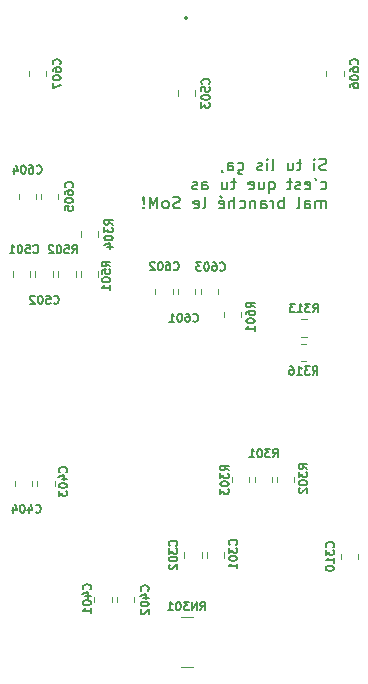
<source format=gbo>
%TF.GenerationSoftware,KiCad,Pcbnew,8.0.1-rc1*%
%TF.CreationDate,2024-08-22T21:46:20-04:00*%
%TF.ProjectId,SoM_V2,536f4d5f-5632-42e6-9b69-6361645f7063,rev?*%
%TF.SameCoordinates,Original*%
%TF.FileFunction,Legend,Bot*%
%TF.FilePolarity,Positive*%
%FSLAX46Y46*%
G04 Gerber Fmt 4.6, Leading zero omitted, Abs format (unit mm)*
G04 Created by KiCad (PCBNEW 8.0.1-rc1) date 2024-08-22 21:46:20*
%MOMM*%
%LPD*%
G01*
G04 APERTURE LIST*
%ADD10C,0.200000*%
%ADD11C,0.150000*%
%ADD12C,0.120000*%
%ADD13C,0.350000*%
G04 APERTURE END LIST*
D10*
X147827945Y-91949712D02*
X147685088Y-91997331D01*
X147685088Y-91997331D02*
X147446993Y-91997331D01*
X147446993Y-91997331D02*
X147351755Y-91949712D01*
X147351755Y-91949712D02*
X147304136Y-91902092D01*
X147304136Y-91902092D02*
X147256517Y-91806854D01*
X147256517Y-91806854D02*
X147256517Y-91711616D01*
X147256517Y-91711616D02*
X147304136Y-91616378D01*
X147304136Y-91616378D02*
X147351755Y-91568759D01*
X147351755Y-91568759D02*
X147446993Y-91521140D01*
X147446993Y-91521140D02*
X147637469Y-91473521D01*
X147637469Y-91473521D02*
X147732707Y-91425902D01*
X147732707Y-91425902D02*
X147780326Y-91378283D01*
X147780326Y-91378283D02*
X147827945Y-91283045D01*
X147827945Y-91283045D02*
X147827945Y-91187807D01*
X147827945Y-91187807D02*
X147780326Y-91092569D01*
X147780326Y-91092569D02*
X147732707Y-91044950D01*
X147732707Y-91044950D02*
X147637469Y-90997331D01*
X147637469Y-90997331D02*
X147399374Y-90997331D01*
X147399374Y-90997331D02*
X147256517Y-91044950D01*
X146827945Y-91997331D02*
X146827945Y-91330664D01*
X146827945Y-90997331D02*
X146875564Y-91044950D01*
X146875564Y-91044950D02*
X146827945Y-91092569D01*
X146827945Y-91092569D02*
X146780326Y-91044950D01*
X146780326Y-91044950D02*
X146827945Y-90997331D01*
X146827945Y-90997331D02*
X146827945Y-91092569D01*
X145732707Y-91330664D02*
X145351755Y-91330664D01*
X145589850Y-90997331D02*
X145589850Y-91854473D01*
X145589850Y-91854473D02*
X145542231Y-91949712D01*
X145542231Y-91949712D02*
X145446993Y-91997331D01*
X145446993Y-91997331D02*
X145351755Y-91997331D01*
X144589850Y-91330664D02*
X144589850Y-91997331D01*
X145018421Y-91330664D02*
X145018421Y-91854473D01*
X145018421Y-91854473D02*
X144970802Y-91949712D01*
X144970802Y-91949712D02*
X144875564Y-91997331D01*
X144875564Y-91997331D02*
X144732707Y-91997331D01*
X144732707Y-91997331D02*
X144637469Y-91949712D01*
X144637469Y-91949712D02*
X144589850Y-91902092D01*
X143208897Y-91997331D02*
X143304135Y-91949712D01*
X143304135Y-91949712D02*
X143351754Y-91854473D01*
X143351754Y-91854473D02*
X143351754Y-90997331D01*
X142827944Y-91997331D02*
X142827944Y-91330664D01*
X142827944Y-90997331D02*
X142875563Y-91044950D01*
X142875563Y-91044950D02*
X142827944Y-91092569D01*
X142827944Y-91092569D02*
X142780325Y-91044950D01*
X142780325Y-91044950D02*
X142827944Y-90997331D01*
X142827944Y-90997331D02*
X142827944Y-91092569D01*
X142399373Y-91949712D02*
X142304135Y-91997331D01*
X142304135Y-91997331D02*
X142113659Y-91997331D01*
X142113659Y-91997331D02*
X142018421Y-91949712D01*
X142018421Y-91949712D02*
X141970802Y-91854473D01*
X141970802Y-91854473D02*
X141970802Y-91806854D01*
X141970802Y-91806854D02*
X142018421Y-91711616D01*
X142018421Y-91711616D02*
X142113659Y-91663997D01*
X142113659Y-91663997D02*
X142256516Y-91663997D01*
X142256516Y-91663997D02*
X142351754Y-91616378D01*
X142351754Y-91616378D02*
X142399373Y-91521140D01*
X142399373Y-91521140D02*
X142399373Y-91473521D01*
X142399373Y-91473521D02*
X142351754Y-91378283D01*
X142351754Y-91378283D02*
X142256516Y-91330664D01*
X142256516Y-91330664D02*
X142113659Y-91330664D01*
X142113659Y-91330664D02*
X142018421Y-91378283D01*
X140351754Y-91949712D02*
X140446992Y-91997331D01*
X140446992Y-91997331D02*
X140637468Y-91997331D01*
X140637468Y-91997331D02*
X140732706Y-91949712D01*
X140732706Y-91949712D02*
X140780325Y-91902092D01*
X140780325Y-91902092D02*
X140827944Y-91806854D01*
X140827944Y-91806854D02*
X140827944Y-91521140D01*
X140827944Y-91521140D02*
X140780325Y-91425902D01*
X140780325Y-91425902D02*
X140732706Y-91378283D01*
X140732706Y-91378283D02*
X140637468Y-91330664D01*
X140637468Y-91330664D02*
X140446992Y-91330664D01*
X140446992Y-91330664D02*
X140351754Y-91378283D01*
X140542230Y-92044950D02*
X140446992Y-92092569D01*
X140446992Y-92092569D02*
X140399373Y-92187807D01*
X140399373Y-92187807D02*
X140446992Y-92283045D01*
X140446992Y-92283045D02*
X140542230Y-92330664D01*
X140542230Y-92330664D02*
X140685087Y-92330664D01*
X139494611Y-91997331D02*
X139494611Y-91473521D01*
X139494611Y-91473521D02*
X139542230Y-91378283D01*
X139542230Y-91378283D02*
X139637468Y-91330664D01*
X139637468Y-91330664D02*
X139827944Y-91330664D01*
X139827944Y-91330664D02*
X139923182Y-91378283D01*
X139494611Y-91949712D02*
X139589849Y-91997331D01*
X139589849Y-91997331D02*
X139827944Y-91997331D01*
X139827944Y-91997331D02*
X139923182Y-91949712D01*
X139923182Y-91949712D02*
X139970801Y-91854473D01*
X139970801Y-91854473D02*
X139970801Y-91759235D01*
X139970801Y-91759235D02*
X139923182Y-91663997D01*
X139923182Y-91663997D02*
X139827944Y-91616378D01*
X139827944Y-91616378D02*
X139589849Y-91616378D01*
X139589849Y-91616378D02*
X139494611Y-91568759D01*
X138970801Y-91949712D02*
X138970801Y-91997331D01*
X138970801Y-91997331D02*
X139018420Y-92092569D01*
X139018420Y-92092569D02*
X139066039Y-92140188D01*
X147351755Y-93559656D02*
X147446993Y-93607275D01*
X147446993Y-93607275D02*
X147637469Y-93607275D01*
X147637469Y-93607275D02*
X147732707Y-93559656D01*
X147732707Y-93559656D02*
X147780326Y-93512036D01*
X147780326Y-93512036D02*
X147827945Y-93416798D01*
X147827945Y-93416798D02*
X147827945Y-93131084D01*
X147827945Y-93131084D02*
X147780326Y-93035846D01*
X147780326Y-93035846D02*
X147732707Y-92988227D01*
X147732707Y-92988227D02*
X147637469Y-92940608D01*
X147637469Y-92940608D02*
X147446993Y-92940608D01*
X147446993Y-92940608D02*
X147351755Y-92988227D01*
X146875564Y-92607275D02*
X146970802Y-92797751D01*
X146066041Y-93559656D02*
X146161279Y-93607275D01*
X146161279Y-93607275D02*
X146351755Y-93607275D01*
X146351755Y-93607275D02*
X146446993Y-93559656D01*
X146446993Y-93559656D02*
X146494612Y-93464417D01*
X146494612Y-93464417D02*
X146494612Y-93083465D01*
X146494612Y-93083465D02*
X146446993Y-92988227D01*
X146446993Y-92988227D02*
X146351755Y-92940608D01*
X146351755Y-92940608D02*
X146161279Y-92940608D01*
X146161279Y-92940608D02*
X146066041Y-92988227D01*
X146066041Y-92988227D02*
X146018422Y-93083465D01*
X146018422Y-93083465D02*
X146018422Y-93178703D01*
X146018422Y-93178703D02*
X146494612Y-93273941D01*
X145637469Y-93559656D02*
X145542231Y-93607275D01*
X145542231Y-93607275D02*
X145351755Y-93607275D01*
X145351755Y-93607275D02*
X145256517Y-93559656D01*
X145256517Y-93559656D02*
X145208898Y-93464417D01*
X145208898Y-93464417D02*
X145208898Y-93416798D01*
X145208898Y-93416798D02*
X145256517Y-93321560D01*
X145256517Y-93321560D02*
X145351755Y-93273941D01*
X145351755Y-93273941D02*
X145494612Y-93273941D01*
X145494612Y-93273941D02*
X145589850Y-93226322D01*
X145589850Y-93226322D02*
X145637469Y-93131084D01*
X145637469Y-93131084D02*
X145637469Y-93083465D01*
X145637469Y-93083465D02*
X145589850Y-92988227D01*
X145589850Y-92988227D02*
X145494612Y-92940608D01*
X145494612Y-92940608D02*
X145351755Y-92940608D01*
X145351755Y-92940608D02*
X145256517Y-92988227D01*
X144923183Y-92940608D02*
X144542231Y-92940608D01*
X144780326Y-92607275D02*
X144780326Y-93464417D01*
X144780326Y-93464417D02*
X144732707Y-93559656D01*
X144732707Y-93559656D02*
X144637469Y-93607275D01*
X144637469Y-93607275D02*
X144542231Y-93607275D01*
X143018421Y-92940608D02*
X143018421Y-93940608D01*
X143018421Y-93559656D02*
X143113659Y-93607275D01*
X143113659Y-93607275D02*
X143304135Y-93607275D01*
X143304135Y-93607275D02*
X143399373Y-93559656D01*
X143399373Y-93559656D02*
X143446992Y-93512036D01*
X143446992Y-93512036D02*
X143494611Y-93416798D01*
X143494611Y-93416798D02*
X143494611Y-93131084D01*
X143494611Y-93131084D02*
X143446992Y-93035846D01*
X143446992Y-93035846D02*
X143399373Y-92988227D01*
X143399373Y-92988227D02*
X143304135Y-92940608D01*
X143304135Y-92940608D02*
X143113659Y-92940608D01*
X143113659Y-92940608D02*
X143018421Y-92988227D01*
X142113659Y-92940608D02*
X142113659Y-93607275D01*
X142542230Y-92940608D02*
X142542230Y-93464417D01*
X142542230Y-93464417D02*
X142494611Y-93559656D01*
X142494611Y-93559656D02*
X142399373Y-93607275D01*
X142399373Y-93607275D02*
X142256516Y-93607275D01*
X142256516Y-93607275D02*
X142161278Y-93559656D01*
X142161278Y-93559656D02*
X142113659Y-93512036D01*
X141256516Y-93559656D02*
X141351754Y-93607275D01*
X141351754Y-93607275D02*
X141542230Y-93607275D01*
X141542230Y-93607275D02*
X141637468Y-93559656D01*
X141637468Y-93559656D02*
X141685087Y-93464417D01*
X141685087Y-93464417D02*
X141685087Y-93083465D01*
X141685087Y-93083465D02*
X141637468Y-92988227D01*
X141637468Y-92988227D02*
X141542230Y-92940608D01*
X141542230Y-92940608D02*
X141351754Y-92940608D01*
X141351754Y-92940608D02*
X141256516Y-92988227D01*
X141256516Y-92988227D02*
X141208897Y-93083465D01*
X141208897Y-93083465D02*
X141208897Y-93178703D01*
X141208897Y-93178703D02*
X141685087Y-93273941D01*
X140161277Y-92940608D02*
X139780325Y-92940608D01*
X140018420Y-92607275D02*
X140018420Y-93464417D01*
X140018420Y-93464417D02*
X139970801Y-93559656D01*
X139970801Y-93559656D02*
X139875563Y-93607275D01*
X139875563Y-93607275D02*
X139780325Y-93607275D01*
X139018420Y-92940608D02*
X139018420Y-93607275D01*
X139446991Y-92940608D02*
X139446991Y-93464417D01*
X139446991Y-93464417D02*
X139399372Y-93559656D01*
X139399372Y-93559656D02*
X139304134Y-93607275D01*
X139304134Y-93607275D02*
X139161277Y-93607275D01*
X139161277Y-93607275D02*
X139066039Y-93559656D01*
X139066039Y-93559656D02*
X139018420Y-93512036D01*
X137351753Y-93607275D02*
X137351753Y-93083465D01*
X137351753Y-93083465D02*
X137399372Y-92988227D01*
X137399372Y-92988227D02*
X137494610Y-92940608D01*
X137494610Y-92940608D02*
X137685086Y-92940608D01*
X137685086Y-92940608D02*
X137780324Y-92988227D01*
X137351753Y-93559656D02*
X137446991Y-93607275D01*
X137446991Y-93607275D02*
X137685086Y-93607275D01*
X137685086Y-93607275D02*
X137780324Y-93559656D01*
X137780324Y-93559656D02*
X137827943Y-93464417D01*
X137827943Y-93464417D02*
X137827943Y-93369179D01*
X137827943Y-93369179D02*
X137780324Y-93273941D01*
X137780324Y-93273941D02*
X137685086Y-93226322D01*
X137685086Y-93226322D02*
X137446991Y-93226322D01*
X137446991Y-93226322D02*
X137351753Y-93178703D01*
X136923181Y-93559656D02*
X136827943Y-93607275D01*
X136827943Y-93607275D02*
X136637467Y-93607275D01*
X136637467Y-93607275D02*
X136542229Y-93559656D01*
X136542229Y-93559656D02*
X136494610Y-93464417D01*
X136494610Y-93464417D02*
X136494610Y-93416798D01*
X136494610Y-93416798D02*
X136542229Y-93321560D01*
X136542229Y-93321560D02*
X136637467Y-93273941D01*
X136637467Y-93273941D02*
X136780324Y-93273941D01*
X136780324Y-93273941D02*
X136875562Y-93226322D01*
X136875562Y-93226322D02*
X136923181Y-93131084D01*
X136923181Y-93131084D02*
X136923181Y-93083465D01*
X136923181Y-93083465D02*
X136875562Y-92988227D01*
X136875562Y-92988227D02*
X136780324Y-92940608D01*
X136780324Y-92940608D02*
X136637467Y-92940608D01*
X136637467Y-92940608D02*
X136542229Y-92988227D01*
X147780326Y-95217219D02*
X147780326Y-94550552D01*
X147780326Y-94645790D02*
X147732707Y-94598171D01*
X147732707Y-94598171D02*
X147637469Y-94550552D01*
X147637469Y-94550552D02*
X147494612Y-94550552D01*
X147494612Y-94550552D02*
X147399374Y-94598171D01*
X147399374Y-94598171D02*
X147351755Y-94693409D01*
X147351755Y-94693409D02*
X147351755Y-95217219D01*
X147351755Y-94693409D02*
X147304136Y-94598171D01*
X147304136Y-94598171D02*
X147208898Y-94550552D01*
X147208898Y-94550552D02*
X147066041Y-94550552D01*
X147066041Y-94550552D02*
X146970802Y-94598171D01*
X146970802Y-94598171D02*
X146923183Y-94693409D01*
X146923183Y-94693409D02*
X146923183Y-95217219D01*
X146018422Y-95217219D02*
X146018422Y-94693409D01*
X146018422Y-94693409D02*
X146066041Y-94598171D01*
X146066041Y-94598171D02*
X146161279Y-94550552D01*
X146161279Y-94550552D02*
X146351755Y-94550552D01*
X146351755Y-94550552D02*
X146446993Y-94598171D01*
X146018422Y-95169600D02*
X146113660Y-95217219D01*
X146113660Y-95217219D02*
X146351755Y-95217219D01*
X146351755Y-95217219D02*
X146446993Y-95169600D01*
X146446993Y-95169600D02*
X146494612Y-95074361D01*
X146494612Y-95074361D02*
X146494612Y-94979123D01*
X146494612Y-94979123D02*
X146446993Y-94883885D01*
X146446993Y-94883885D02*
X146351755Y-94836266D01*
X146351755Y-94836266D02*
X146113660Y-94836266D01*
X146113660Y-94836266D02*
X146018422Y-94788647D01*
X145399374Y-95217219D02*
X145494612Y-95169600D01*
X145494612Y-95169600D02*
X145542231Y-95074361D01*
X145542231Y-95074361D02*
X145542231Y-94217219D01*
X144256516Y-95217219D02*
X144256516Y-94217219D01*
X144256516Y-94598171D02*
X144161278Y-94550552D01*
X144161278Y-94550552D02*
X143970802Y-94550552D01*
X143970802Y-94550552D02*
X143875564Y-94598171D01*
X143875564Y-94598171D02*
X143827945Y-94645790D01*
X143827945Y-94645790D02*
X143780326Y-94741028D01*
X143780326Y-94741028D02*
X143780326Y-95026742D01*
X143780326Y-95026742D02*
X143827945Y-95121980D01*
X143827945Y-95121980D02*
X143875564Y-95169600D01*
X143875564Y-95169600D02*
X143970802Y-95217219D01*
X143970802Y-95217219D02*
X144161278Y-95217219D01*
X144161278Y-95217219D02*
X144256516Y-95169600D01*
X143351754Y-95217219D02*
X143351754Y-94550552D01*
X143351754Y-94741028D02*
X143304135Y-94645790D01*
X143304135Y-94645790D02*
X143256516Y-94598171D01*
X143256516Y-94598171D02*
X143161278Y-94550552D01*
X143161278Y-94550552D02*
X143066040Y-94550552D01*
X142304135Y-95217219D02*
X142304135Y-94693409D01*
X142304135Y-94693409D02*
X142351754Y-94598171D01*
X142351754Y-94598171D02*
X142446992Y-94550552D01*
X142446992Y-94550552D02*
X142637468Y-94550552D01*
X142637468Y-94550552D02*
X142732706Y-94598171D01*
X142304135Y-95169600D02*
X142399373Y-95217219D01*
X142399373Y-95217219D02*
X142637468Y-95217219D01*
X142637468Y-95217219D02*
X142732706Y-95169600D01*
X142732706Y-95169600D02*
X142780325Y-95074361D01*
X142780325Y-95074361D02*
X142780325Y-94979123D01*
X142780325Y-94979123D02*
X142732706Y-94883885D01*
X142732706Y-94883885D02*
X142637468Y-94836266D01*
X142637468Y-94836266D02*
X142399373Y-94836266D01*
X142399373Y-94836266D02*
X142304135Y-94788647D01*
X141827944Y-94550552D02*
X141827944Y-95217219D01*
X141827944Y-94645790D02*
X141780325Y-94598171D01*
X141780325Y-94598171D02*
X141685087Y-94550552D01*
X141685087Y-94550552D02*
X141542230Y-94550552D01*
X141542230Y-94550552D02*
X141446992Y-94598171D01*
X141446992Y-94598171D02*
X141399373Y-94693409D01*
X141399373Y-94693409D02*
X141399373Y-95217219D01*
X140494611Y-95169600D02*
X140589849Y-95217219D01*
X140589849Y-95217219D02*
X140780325Y-95217219D01*
X140780325Y-95217219D02*
X140875563Y-95169600D01*
X140875563Y-95169600D02*
X140923182Y-95121980D01*
X140923182Y-95121980D02*
X140970801Y-95026742D01*
X140970801Y-95026742D02*
X140970801Y-94741028D01*
X140970801Y-94741028D02*
X140923182Y-94645790D01*
X140923182Y-94645790D02*
X140875563Y-94598171D01*
X140875563Y-94598171D02*
X140780325Y-94550552D01*
X140780325Y-94550552D02*
X140589849Y-94550552D01*
X140589849Y-94550552D02*
X140494611Y-94598171D01*
X140066039Y-95217219D02*
X140066039Y-94217219D01*
X139637468Y-95217219D02*
X139637468Y-94693409D01*
X139637468Y-94693409D02*
X139685087Y-94598171D01*
X139685087Y-94598171D02*
X139780325Y-94550552D01*
X139780325Y-94550552D02*
X139923182Y-94550552D01*
X139923182Y-94550552D02*
X140018420Y-94598171D01*
X140018420Y-94598171D02*
X140066039Y-94645790D01*
X138780325Y-95169600D02*
X138875563Y-95217219D01*
X138875563Y-95217219D02*
X139066039Y-95217219D01*
X139066039Y-95217219D02*
X139161277Y-95169600D01*
X139161277Y-95169600D02*
X139208896Y-95074361D01*
X139208896Y-95074361D02*
X139208896Y-94693409D01*
X139208896Y-94693409D02*
X139161277Y-94598171D01*
X139161277Y-94598171D02*
X139066039Y-94550552D01*
X139066039Y-94550552D02*
X138875563Y-94550552D01*
X138875563Y-94550552D02*
X138780325Y-94598171D01*
X138780325Y-94598171D02*
X138732706Y-94693409D01*
X138732706Y-94693409D02*
X138732706Y-94788647D01*
X138732706Y-94788647D02*
X139208896Y-94883885D01*
X138875563Y-94169600D02*
X139018420Y-94312457D01*
X137399372Y-95217219D02*
X137494610Y-95169600D01*
X137494610Y-95169600D02*
X137542229Y-95074361D01*
X137542229Y-95074361D02*
X137542229Y-94217219D01*
X136637467Y-95169600D02*
X136732705Y-95217219D01*
X136732705Y-95217219D02*
X136923181Y-95217219D01*
X136923181Y-95217219D02*
X137018419Y-95169600D01*
X137018419Y-95169600D02*
X137066038Y-95074361D01*
X137066038Y-95074361D02*
X137066038Y-94693409D01*
X137066038Y-94693409D02*
X137018419Y-94598171D01*
X137018419Y-94598171D02*
X136923181Y-94550552D01*
X136923181Y-94550552D02*
X136732705Y-94550552D01*
X136732705Y-94550552D02*
X136637467Y-94598171D01*
X136637467Y-94598171D02*
X136589848Y-94693409D01*
X136589848Y-94693409D02*
X136589848Y-94788647D01*
X136589848Y-94788647D02*
X137066038Y-94883885D01*
X135446990Y-95169600D02*
X135304133Y-95217219D01*
X135304133Y-95217219D02*
X135066038Y-95217219D01*
X135066038Y-95217219D02*
X134970800Y-95169600D01*
X134970800Y-95169600D02*
X134923181Y-95121980D01*
X134923181Y-95121980D02*
X134875562Y-95026742D01*
X134875562Y-95026742D02*
X134875562Y-94931504D01*
X134875562Y-94931504D02*
X134923181Y-94836266D01*
X134923181Y-94836266D02*
X134970800Y-94788647D01*
X134970800Y-94788647D02*
X135066038Y-94741028D01*
X135066038Y-94741028D02*
X135256514Y-94693409D01*
X135256514Y-94693409D02*
X135351752Y-94645790D01*
X135351752Y-94645790D02*
X135399371Y-94598171D01*
X135399371Y-94598171D02*
X135446990Y-94502933D01*
X135446990Y-94502933D02*
X135446990Y-94407695D01*
X135446990Y-94407695D02*
X135399371Y-94312457D01*
X135399371Y-94312457D02*
X135351752Y-94264838D01*
X135351752Y-94264838D02*
X135256514Y-94217219D01*
X135256514Y-94217219D02*
X135018419Y-94217219D01*
X135018419Y-94217219D02*
X134875562Y-94264838D01*
X134304133Y-95217219D02*
X134399371Y-95169600D01*
X134399371Y-95169600D02*
X134446990Y-95121980D01*
X134446990Y-95121980D02*
X134494609Y-95026742D01*
X134494609Y-95026742D02*
X134494609Y-94741028D01*
X134494609Y-94741028D02*
X134446990Y-94645790D01*
X134446990Y-94645790D02*
X134399371Y-94598171D01*
X134399371Y-94598171D02*
X134304133Y-94550552D01*
X134304133Y-94550552D02*
X134161276Y-94550552D01*
X134161276Y-94550552D02*
X134066038Y-94598171D01*
X134066038Y-94598171D02*
X134018419Y-94645790D01*
X134018419Y-94645790D02*
X133970800Y-94741028D01*
X133970800Y-94741028D02*
X133970800Y-95026742D01*
X133970800Y-95026742D02*
X134018419Y-95121980D01*
X134018419Y-95121980D02*
X134066038Y-95169600D01*
X134066038Y-95169600D02*
X134161276Y-95217219D01*
X134161276Y-95217219D02*
X134304133Y-95217219D01*
X133542228Y-95217219D02*
X133542228Y-94217219D01*
X133542228Y-94217219D02*
X133208895Y-94931504D01*
X133208895Y-94931504D02*
X132875562Y-94217219D01*
X132875562Y-94217219D02*
X132875562Y-95217219D01*
X132399371Y-95121980D02*
X132351752Y-95169600D01*
X132351752Y-95169600D02*
X132399371Y-95217219D01*
X132399371Y-95217219D02*
X132446990Y-95169600D01*
X132446990Y-95169600D02*
X132399371Y-95121980D01*
X132399371Y-95121980D02*
X132399371Y-95217219D01*
X132399371Y-94836266D02*
X132446990Y-94264838D01*
X132446990Y-94264838D02*
X132399371Y-94217219D01*
X132399371Y-94217219D02*
X132351752Y-94264838D01*
X132351752Y-94264838D02*
X132399371Y-94836266D01*
X132399371Y-94836266D02*
X132399371Y-94217219D01*
D11*
X146216033Y-117291666D02*
X145882700Y-117058333D01*
X146216033Y-116891666D02*
X145516033Y-116891666D01*
X145516033Y-116891666D02*
X145516033Y-117158333D01*
X145516033Y-117158333D02*
X145549366Y-117225000D01*
X145549366Y-117225000D02*
X145582700Y-117258333D01*
X145582700Y-117258333D02*
X145649366Y-117291666D01*
X145649366Y-117291666D02*
X145749366Y-117291666D01*
X145749366Y-117291666D02*
X145816033Y-117258333D01*
X145816033Y-117258333D02*
X145849366Y-117225000D01*
X145849366Y-117225000D02*
X145882700Y-117158333D01*
X145882700Y-117158333D02*
X145882700Y-116891666D01*
X145516033Y-117525000D02*
X145516033Y-117958333D01*
X145516033Y-117958333D02*
X145782700Y-117725000D01*
X145782700Y-117725000D02*
X145782700Y-117825000D01*
X145782700Y-117825000D02*
X145816033Y-117891666D01*
X145816033Y-117891666D02*
X145849366Y-117925000D01*
X145849366Y-117925000D02*
X145916033Y-117958333D01*
X145916033Y-117958333D02*
X146082700Y-117958333D01*
X146082700Y-117958333D02*
X146149366Y-117925000D01*
X146149366Y-117925000D02*
X146182700Y-117891666D01*
X146182700Y-117891666D02*
X146216033Y-117825000D01*
X146216033Y-117825000D02*
X146216033Y-117625000D01*
X146216033Y-117625000D02*
X146182700Y-117558333D01*
X146182700Y-117558333D02*
X146149366Y-117525000D01*
X145516033Y-118391667D02*
X145516033Y-118458333D01*
X145516033Y-118458333D02*
X145549366Y-118525000D01*
X145549366Y-118525000D02*
X145582700Y-118558333D01*
X145582700Y-118558333D02*
X145649366Y-118591667D01*
X145649366Y-118591667D02*
X145782700Y-118625000D01*
X145782700Y-118625000D02*
X145949366Y-118625000D01*
X145949366Y-118625000D02*
X146082700Y-118591667D01*
X146082700Y-118591667D02*
X146149366Y-118558333D01*
X146149366Y-118558333D02*
X146182700Y-118525000D01*
X146182700Y-118525000D02*
X146216033Y-118458333D01*
X146216033Y-118458333D02*
X146216033Y-118391667D01*
X146216033Y-118391667D02*
X146182700Y-118325000D01*
X146182700Y-118325000D02*
X146149366Y-118291667D01*
X146149366Y-118291667D02*
X146082700Y-118258333D01*
X146082700Y-118258333D02*
X145949366Y-118225000D01*
X145949366Y-118225000D02*
X145782700Y-118225000D01*
X145782700Y-118225000D02*
X145649366Y-118258333D01*
X145649366Y-118258333D02*
X145582700Y-118291667D01*
X145582700Y-118291667D02*
X145549366Y-118325000D01*
X145549366Y-118325000D02*
X145516033Y-118391667D01*
X145582700Y-118891667D02*
X145549366Y-118925000D01*
X145549366Y-118925000D02*
X145516033Y-118991667D01*
X145516033Y-118991667D02*
X145516033Y-119158334D01*
X145516033Y-119158334D02*
X145549366Y-119225000D01*
X145549366Y-119225000D02*
X145582700Y-119258334D01*
X145582700Y-119258334D02*
X145649366Y-119291667D01*
X145649366Y-119291667D02*
X145716033Y-119291667D01*
X145716033Y-119291667D02*
X145816033Y-119258334D01*
X145816033Y-119258334D02*
X146216033Y-118858334D01*
X146216033Y-118858334D02*
X146216033Y-119291667D01*
X123033332Y-98924366D02*
X123066665Y-98957700D01*
X123066665Y-98957700D02*
X123166665Y-98991033D01*
X123166665Y-98991033D02*
X123233332Y-98991033D01*
X123233332Y-98991033D02*
X123333332Y-98957700D01*
X123333332Y-98957700D02*
X123399999Y-98891033D01*
X123399999Y-98891033D02*
X123433332Y-98824366D01*
X123433332Y-98824366D02*
X123466665Y-98691033D01*
X123466665Y-98691033D02*
X123466665Y-98591033D01*
X123466665Y-98591033D02*
X123433332Y-98457700D01*
X123433332Y-98457700D02*
X123399999Y-98391033D01*
X123399999Y-98391033D02*
X123333332Y-98324366D01*
X123333332Y-98324366D02*
X123233332Y-98291033D01*
X123233332Y-98291033D02*
X123166665Y-98291033D01*
X123166665Y-98291033D02*
X123066665Y-98324366D01*
X123066665Y-98324366D02*
X123033332Y-98357700D01*
X122399999Y-98291033D02*
X122733332Y-98291033D01*
X122733332Y-98291033D02*
X122766665Y-98624366D01*
X122766665Y-98624366D02*
X122733332Y-98591033D01*
X122733332Y-98591033D02*
X122666665Y-98557700D01*
X122666665Y-98557700D02*
X122499999Y-98557700D01*
X122499999Y-98557700D02*
X122433332Y-98591033D01*
X122433332Y-98591033D02*
X122399999Y-98624366D01*
X122399999Y-98624366D02*
X122366665Y-98691033D01*
X122366665Y-98691033D02*
X122366665Y-98857700D01*
X122366665Y-98857700D02*
X122399999Y-98924366D01*
X122399999Y-98924366D02*
X122433332Y-98957700D01*
X122433332Y-98957700D02*
X122499999Y-98991033D01*
X122499999Y-98991033D02*
X122666665Y-98991033D01*
X122666665Y-98991033D02*
X122733332Y-98957700D01*
X122733332Y-98957700D02*
X122766665Y-98924366D01*
X121933332Y-98291033D02*
X121866665Y-98291033D01*
X121866665Y-98291033D02*
X121799998Y-98324366D01*
X121799998Y-98324366D02*
X121766665Y-98357700D01*
X121766665Y-98357700D02*
X121733332Y-98424366D01*
X121733332Y-98424366D02*
X121699998Y-98557700D01*
X121699998Y-98557700D02*
X121699998Y-98724366D01*
X121699998Y-98724366D02*
X121733332Y-98857700D01*
X121733332Y-98857700D02*
X121766665Y-98924366D01*
X121766665Y-98924366D02*
X121799998Y-98957700D01*
X121799998Y-98957700D02*
X121866665Y-98991033D01*
X121866665Y-98991033D02*
X121933332Y-98991033D01*
X121933332Y-98991033D02*
X121999998Y-98957700D01*
X121999998Y-98957700D02*
X122033332Y-98924366D01*
X122033332Y-98924366D02*
X122066665Y-98857700D01*
X122066665Y-98857700D02*
X122099998Y-98724366D01*
X122099998Y-98724366D02*
X122099998Y-98557700D01*
X122099998Y-98557700D02*
X122066665Y-98424366D01*
X122066665Y-98424366D02*
X122033332Y-98357700D01*
X122033332Y-98357700D02*
X121999998Y-98324366D01*
X121999998Y-98324366D02*
X121933332Y-98291033D01*
X121033331Y-98991033D02*
X121433331Y-98991033D01*
X121233331Y-98991033D02*
X121233331Y-98291033D01*
X121233331Y-98291033D02*
X121299998Y-98391033D01*
X121299998Y-98391033D02*
X121366665Y-98457700D01*
X121366665Y-98457700D02*
X121433331Y-98491033D01*
X140224366Y-123691666D02*
X140257700Y-123658333D01*
X140257700Y-123658333D02*
X140291033Y-123558333D01*
X140291033Y-123558333D02*
X140291033Y-123491666D01*
X140291033Y-123491666D02*
X140257700Y-123391666D01*
X140257700Y-123391666D02*
X140191033Y-123325000D01*
X140191033Y-123325000D02*
X140124366Y-123291666D01*
X140124366Y-123291666D02*
X139991033Y-123258333D01*
X139991033Y-123258333D02*
X139891033Y-123258333D01*
X139891033Y-123258333D02*
X139757700Y-123291666D01*
X139757700Y-123291666D02*
X139691033Y-123325000D01*
X139691033Y-123325000D02*
X139624366Y-123391666D01*
X139624366Y-123391666D02*
X139591033Y-123491666D01*
X139591033Y-123491666D02*
X139591033Y-123558333D01*
X139591033Y-123558333D02*
X139624366Y-123658333D01*
X139624366Y-123658333D02*
X139657700Y-123691666D01*
X139591033Y-123925000D02*
X139591033Y-124358333D01*
X139591033Y-124358333D02*
X139857700Y-124125000D01*
X139857700Y-124125000D02*
X139857700Y-124225000D01*
X139857700Y-124225000D02*
X139891033Y-124291666D01*
X139891033Y-124291666D02*
X139924366Y-124325000D01*
X139924366Y-124325000D02*
X139991033Y-124358333D01*
X139991033Y-124358333D02*
X140157700Y-124358333D01*
X140157700Y-124358333D02*
X140224366Y-124325000D01*
X140224366Y-124325000D02*
X140257700Y-124291666D01*
X140257700Y-124291666D02*
X140291033Y-124225000D01*
X140291033Y-124225000D02*
X140291033Y-124025000D01*
X140291033Y-124025000D02*
X140257700Y-123958333D01*
X140257700Y-123958333D02*
X140224366Y-123925000D01*
X139591033Y-124791667D02*
X139591033Y-124858333D01*
X139591033Y-124858333D02*
X139624366Y-124925000D01*
X139624366Y-124925000D02*
X139657700Y-124958333D01*
X139657700Y-124958333D02*
X139724366Y-124991667D01*
X139724366Y-124991667D02*
X139857700Y-125025000D01*
X139857700Y-125025000D02*
X140024366Y-125025000D01*
X140024366Y-125025000D02*
X140157700Y-124991667D01*
X140157700Y-124991667D02*
X140224366Y-124958333D01*
X140224366Y-124958333D02*
X140257700Y-124925000D01*
X140257700Y-124925000D02*
X140291033Y-124858333D01*
X140291033Y-124858333D02*
X140291033Y-124791667D01*
X140291033Y-124791667D02*
X140257700Y-124725000D01*
X140257700Y-124725000D02*
X140224366Y-124691667D01*
X140224366Y-124691667D02*
X140157700Y-124658333D01*
X140157700Y-124658333D02*
X140024366Y-124625000D01*
X140024366Y-124625000D02*
X139857700Y-124625000D01*
X139857700Y-124625000D02*
X139724366Y-124658333D01*
X139724366Y-124658333D02*
X139657700Y-124691667D01*
X139657700Y-124691667D02*
X139624366Y-124725000D01*
X139624366Y-124725000D02*
X139591033Y-124791667D01*
X140291033Y-125691667D02*
X140291033Y-125291667D01*
X140291033Y-125491667D02*
X139591033Y-125491667D01*
X139591033Y-125491667D02*
X139691033Y-125425000D01*
X139691033Y-125425000D02*
X139757700Y-125358334D01*
X139757700Y-125358334D02*
X139791033Y-125291667D01*
X137180000Y-129236033D02*
X137413333Y-128902700D01*
X137580000Y-129236033D02*
X137580000Y-128536033D01*
X137580000Y-128536033D02*
X137313333Y-128536033D01*
X137313333Y-128536033D02*
X137246667Y-128569366D01*
X137246667Y-128569366D02*
X137213333Y-128602700D01*
X137213333Y-128602700D02*
X137180000Y-128669366D01*
X137180000Y-128669366D02*
X137180000Y-128769366D01*
X137180000Y-128769366D02*
X137213333Y-128836033D01*
X137213333Y-128836033D02*
X137246667Y-128869366D01*
X137246667Y-128869366D02*
X137313333Y-128902700D01*
X137313333Y-128902700D02*
X137580000Y-128902700D01*
X136880000Y-129236033D02*
X136880000Y-128536033D01*
X136880000Y-128536033D02*
X136480000Y-129236033D01*
X136480000Y-129236033D02*
X136480000Y-128536033D01*
X136213334Y-128536033D02*
X135780000Y-128536033D01*
X135780000Y-128536033D02*
X136013334Y-128802700D01*
X136013334Y-128802700D02*
X135913334Y-128802700D01*
X135913334Y-128802700D02*
X135846667Y-128836033D01*
X135846667Y-128836033D02*
X135813334Y-128869366D01*
X135813334Y-128869366D02*
X135780000Y-128936033D01*
X135780000Y-128936033D02*
X135780000Y-129102700D01*
X135780000Y-129102700D02*
X135813334Y-129169366D01*
X135813334Y-129169366D02*
X135846667Y-129202700D01*
X135846667Y-129202700D02*
X135913334Y-129236033D01*
X135913334Y-129236033D02*
X136113334Y-129236033D01*
X136113334Y-129236033D02*
X136180000Y-129202700D01*
X136180000Y-129202700D02*
X136213334Y-129169366D01*
X135346667Y-128536033D02*
X135280000Y-128536033D01*
X135280000Y-128536033D02*
X135213333Y-128569366D01*
X135213333Y-128569366D02*
X135180000Y-128602700D01*
X135180000Y-128602700D02*
X135146667Y-128669366D01*
X135146667Y-128669366D02*
X135113333Y-128802700D01*
X135113333Y-128802700D02*
X135113333Y-128969366D01*
X135113333Y-128969366D02*
X135146667Y-129102700D01*
X135146667Y-129102700D02*
X135180000Y-129169366D01*
X135180000Y-129169366D02*
X135213333Y-129202700D01*
X135213333Y-129202700D02*
X135280000Y-129236033D01*
X135280000Y-129236033D02*
X135346667Y-129236033D01*
X135346667Y-129236033D02*
X135413333Y-129202700D01*
X135413333Y-129202700D02*
X135446667Y-129169366D01*
X135446667Y-129169366D02*
X135480000Y-129102700D01*
X135480000Y-129102700D02*
X135513333Y-128969366D01*
X135513333Y-128969366D02*
X135513333Y-128802700D01*
X135513333Y-128802700D02*
X135480000Y-128669366D01*
X135480000Y-128669366D02*
X135446667Y-128602700D01*
X135446667Y-128602700D02*
X135413333Y-128569366D01*
X135413333Y-128569366D02*
X135346667Y-128536033D01*
X134446666Y-129236033D02*
X134846666Y-129236033D01*
X134646666Y-129236033D02*
X134646666Y-128536033D01*
X134646666Y-128536033D02*
X134713333Y-128636033D01*
X134713333Y-128636033D02*
X134780000Y-128702700D01*
X134780000Y-128702700D02*
X134846666Y-128736033D01*
X139566033Y-117391666D02*
X139232700Y-117158333D01*
X139566033Y-116991666D02*
X138866033Y-116991666D01*
X138866033Y-116991666D02*
X138866033Y-117258333D01*
X138866033Y-117258333D02*
X138899366Y-117325000D01*
X138899366Y-117325000D02*
X138932700Y-117358333D01*
X138932700Y-117358333D02*
X138999366Y-117391666D01*
X138999366Y-117391666D02*
X139099366Y-117391666D01*
X139099366Y-117391666D02*
X139166033Y-117358333D01*
X139166033Y-117358333D02*
X139199366Y-117325000D01*
X139199366Y-117325000D02*
X139232700Y-117258333D01*
X139232700Y-117258333D02*
X139232700Y-116991666D01*
X138866033Y-117625000D02*
X138866033Y-118058333D01*
X138866033Y-118058333D02*
X139132700Y-117825000D01*
X139132700Y-117825000D02*
X139132700Y-117925000D01*
X139132700Y-117925000D02*
X139166033Y-117991666D01*
X139166033Y-117991666D02*
X139199366Y-118025000D01*
X139199366Y-118025000D02*
X139266033Y-118058333D01*
X139266033Y-118058333D02*
X139432700Y-118058333D01*
X139432700Y-118058333D02*
X139499366Y-118025000D01*
X139499366Y-118025000D02*
X139532700Y-117991666D01*
X139532700Y-117991666D02*
X139566033Y-117925000D01*
X139566033Y-117925000D02*
X139566033Y-117725000D01*
X139566033Y-117725000D02*
X139532700Y-117658333D01*
X139532700Y-117658333D02*
X139499366Y-117625000D01*
X138866033Y-118491667D02*
X138866033Y-118558333D01*
X138866033Y-118558333D02*
X138899366Y-118625000D01*
X138899366Y-118625000D02*
X138932700Y-118658333D01*
X138932700Y-118658333D02*
X138999366Y-118691667D01*
X138999366Y-118691667D02*
X139132700Y-118725000D01*
X139132700Y-118725000D02*
X139299366Y-118725000D01*
X139299366Y-118725000D02*
X139432700Y-118691667D01*
X139432700Y-118691667D02*
X139499366Y-118658333D01*
X139499366Y-118658333D02*
X139532700Y-118625000D01*
X139532700Y-118625000D02*
X139566033Y-118558333D01*
X139566033Y-118558333D02*
X139566033Y-118491667D01*
X139566033Y-118491667D02*
X139532700Y-118425000D01*
X139532700Y-118425000D02*
X139499366Y-118391667D01*
X139499366Y-118391667D02*
X139432700Y-118358333D01*
X139432700Y-118358333D02*
X139299366Y-118325000D01*
X139299366Y-118325000D02*
X139132700Y-118325000D01*
X139132700Y-118325000D02*
X138999366Y-118358333D01*
X138999366Y-118358333D02*
X138932700Y-118391667D01*
X138932700Y-118391667D02*
X138899366Y-118425000D01*
X138899366Y-118425000D02*
X138866033Y-118491667D01*
X138866033Y-118958334D02*
X138866033Y-119391667D01*
X138866033Y-119391667D02*
X139132700Y-119158334D01*
X139132700Y-119158334D02*
X139132700Y-119258334D01*
X139132700Y-119258334D02*
X139166033Y-119325000D01*
X139166033Y-119325000D02*
X139199366Y-119358334D01*
X139199366Y-119358334D02*
X139266033Y-119391667D01*
X139266033Y-119391667D02*
X139432700Y-119391667D01*
X139432700Y-119391667D02*
X139499366Y-119358334D01*
X139499366Y-119358334D02*
X139532700Y-119325000D01*
X139532700Y-119325000D02*
X139566033Y-119258334D01*
X139566033Y-119258334D02*
X139566033Y-119058334D01*
X139566033Y-119058334D02*
X139532700Y-118991667D01*
X139532700Y-118991667D02*
X139499366Y-118958334D01*
X141766033Y-103591666D02*
X141432700Y-103358333D01*
X141766033Y-103191666D02*
X141066033Y-103191666D01*
X141066033Y-103191666D02*
X141066033Y-103458333D01*
X141066033Y-103458333D02*
X141099366Y-103525000D01*
X141099366Y-103525000D02*
X141132700Y-103558333D01*
X141132700Y-103558333D02*
X141199366Y-103591666D01*
X141199366Y-103591666D02*
X141299366Y-103591666D01*
X141299366Y-103591666D02*
X141366033Y-103558333D01*
X141366033Y-103558333D02*
X141399366Y-103525000D01*
X141399366Y-103525000D02*
X141432700Y-103458333D01*
X141432700Y-103458333D02*
X141432700Y-103191666D01*
X141066033Y-104191666D02*
X141066033Y-104058333D01*
X141066033Y-104058333D02*
X141099366Y-103991666D01*
X141099366Y-103991666D02*
X141132700Y-103958333D01*
X141132700Y-103958333D02*
X141232700Y-103891666D01*
X141232700Y-103891666D02*
X141366033Y-103858333D01*
X141366033Y-103858333D02*
X141632700Y-103858333D01*
X141632700Y-103858333D02*
X141699366Y-103891666D01*
X141699366Y-103891666D02*
X141732700Y-103925000D01*
X141732700Y-103925000D02*
X141766033Y-103991666D01*
X141766033Y-103991666D02*
X141766033Y-104125000D01*
X141766033Y-104125000D02*
X141732700Y-104191666D01*
X141732700Y-104191666D02*
X141699366Y-104225000D01*
X141699366Y-104225000D02*
X141632700Y-104258333D01*
X141632700Y-104258333D02*
X141466033Y-104258333D01*
X141466033Y-104258333D02*
X141399366Y-104225000D01*
X141399366Y-104225000D02*
X141366033Y-104191666D01*
X141366033Y-104191666D02*
X141332700Y-104125000D01*
X141332700Y-104125000D02*
X141332700Y-103991666D01*
X141332700Y-103991666D02*
X141366033Y-103925000D01*
X141366033Y-103925000D02*
X141399366Y-103891666D01*
X141399366Y-103891666D02*
X141466033Y-103858333D01*
X141066033Y-104691667D02*
X141066033Y-104758333D01*
X141066033Y-104758333D02*
X141099366Y-104825000D01*
X141099366Y-104825000D02*
X141132700Y-104858333D01*
X141132700Y-104858333D02*
X141199366Y-104891667D01*
X141199366Y-104891667D02*
X141332700Y-104925000D01*
X141332700Y-104925000D02*
X141499366Y-104925000D01*
X141499366Y-104925000D02*
X141632700Y-104891667D01*
X141632700Y-104891667D02*
X141699366Y-104858333D01*
X141699366Y-104858333D02*
X141732700Y-104825000D01*
X141732700Y-104825000D02*
X141766033Y-104758333D01*
X141766033Y-104758333D02*
X141766033Y-104691667D01*
X141766033Y-104691667D02*
X141732700Y-104625000D01*
X141732700Y-104625000D02*
X141699366Y-104591667D01*
X141699366Y-104591667D02*
X141632700Y-104558333D01*
X141632700Y-104558333D02*
X141499366Y-104525000D01*
X141499366Y-104525000D02*
X141332700Y-104525000D01*
X141332700Y-104525000D02*
X141199366Y-104558333D01*
X141199366Y-104558333D02*
X141132700Y-104591667D01*
X141132700Y-104591667D02*
X141099366Y-104625000D01*
X141099366Y-104625000D02*
X141066033Y-104691667D01*
X141766033Y-105591667D02*
X141766033Y-105191667D01*
X141766033Y-105391667D02*
X141066033Y-105391667D01*
X141066033Y-105391667D02*
X141166033Y-105325000D01*
X141166033Y-105325000D02*
X141232700Y-105258334D01*
X141232700Y-105258334D02*
X141266033Y-105191667D01*
X127849366Y-127466666D02*
X127882700Y-127433333D01*
X127882700Y-127433333D02*
X127916033Y-127333333D01*
X127916033Y-127333333D02*
X127916033Y-127266666D01*
X127916033Y-127266666D02*
X127882700Y-127166666D01*
X127882700Y-127166666D02*
X127816033Y-127100000D01*
X127816033Y-127100000D02*
X127749366Y-127066666D01*
X127749366Y-127066666D02*
X127616033Y-127033333D01*
X127616033Y-127033333D02*
X127516033Y-127033333D01*
X127516033Y-127033333D02*
X127382700Y-127066666D01*
X127382700Y-127066666D02*
X127316033Y-127100000D01*
X127316033Y-127100000D02*
X127249366Y-127166666D01*
X127249366Y-127166666D02*
X127216033Y-127266666D01*
X127216033Y-127266666D02*
X127216033Y-127333333D01*
X127216033Y-127333333D02*
X127249366Y-127433333D01*
X127249366Y-127433333D02*
X127282700Y-127466666D01*
X127449366Y-128066666D02*
X127916033Y-128066666D01*
X127182700Y-127900000D02*
X127682700Y-127733333D01*
X127682700Y-127733333D02*
X127682700Y-128166666D01*
X127216033Y-128566667D02*
X127216033Y-128633333D01*
X127216033Y-128633333D02*
X127249366Y-128700000D01*
X127249366Y-128700000D02*
X127282700Y-128733333D01*
X127282700Y-128733333D02*
X127349366Y-128766667D01*
X127349366Y-128766667D02*
X127482700Y-128800000D01*
X127482700Y-128800000D02*
X127649366Y-128800000D01*
X127649366Y-128800000D02*
X127782700Y-128766667D01*
X127782700Y-128766667D02*
X127849366Y-128733333D01*
X127849366Y-128733333D02*
X127882700Y-128700000D01*
X127882700Y-128700000D02*
X127916033Y-128633333D01*
X127916033Y-128633333D02*
X127916033Y-128566667D01*
X127916033Y-128566667D02*
X127882700Y-128500000D01*
X127882700Y-128500000D02*
X127849366Y-128466667D01*
X127849366Y-128466667D02*
X127782700Y-128433333D01*
X127782700Y-128433333D02*
X127649366Y-128400000D01*
X127649366Y-128400000D02*
X127482700Y-128400000D01*
X127482700Y-128400000D02*
X127349366Y-128433333D01*
X127349366Y-128433333D02*
X127282700Y-128466667D01*
X127282700Y-128466667D02*
X127249366Y-128500000D01*
X127249366Y-128500000D02*
X127216033Y-128566667D01*
X127916033Y-129466667D02*
X127916033Y-129066667D01*
X127916033Y-129266667D02*
X127216033Y-129266667D01*
X127216033Y-129266667D02*
X127316033Y-129200000D01*
X127316033Y-129200000D02*
X127382700Y-129133334D01*
X127382700Y-129133334D02*
X127416033Y-129066667D01*
X125824366Y-117541666D02*
X125857700Y-117508333D01*
X125857700Y-117508333D02*
X125891033Y-117408333D01*
X125891033Y-117408333D02*
X125891033Y-117341666D01*
X125891033Y-117341666D02*
X125857700Y-117241666D01*
X125857700Y-117241666D02*
X125791033Y-117175000D01*
X125791033Y-117175000D02*
X125724366Y-117141666D01*
X125724366Y-117141666D02*
X125591033Y-117108333D01*
X125591033Y-117108333D02*
X125491033Y-117108333D01*
X125491033Y-117108333D02*
X125357700Y-117141666D01*
X125357700Y-117141666D02*
X125291033Y-117175000D01*
X125291033Y-117175000D02*
X125224366Y-117241666D01*
X125224366Y-117241666D02*
X125191033Y-117341666D01*
X125191033Y-117341666D02*
X125191033Y-117408333D01*
X125191033Y-117408333D02*
X125224366Y-117508333D01*
X125224366Y-117508333D02*
X125257700Y-117541666D01*
X125424366Y-118141666D02*
X125891033Y-118141666D01*
X125157700Y-117975000D02*
X125657700Y-117808333D01*
X125657700Y-117808333D02*
X125657700Y-118241666D01*
X125191033Y-118641667D02*
X125191033Y-118708333D01*
X125191033Y-118708333D02*
X125224366Y-118775000D01*
X125224366Y-118775000D02*
X125257700Y-118808333D01*
X125257700Y-118808333D02*
X125324366Y-118841667D01*
X125324366Y-118841667D02*
X125457700Y-118875000D01*
X125457700Y-118875000D02*
X125624366Y-118875000D01*
X125624366Y-118875000D02*
X125757700Y-118841667D01*
X125757700Y-118841667D02*
X125824366Y-118808333D01*
X125824366Y-118808333D02*
X125857700Y-118775000D01*
X125857700Y-118775000D02*
X125891033Y-118708333D01*
X125891033Y-118708333D02*
X125891033Y-118641667D01*
X125891033Y-118641667D02*
X125857700Y-118575000D01*
X125857700Y-118575000D02*
X125824366Y-118541667D01*
X125824366Y-118541667D02*
X125757700Y-118508333D01*
X125757700Y-118508333D02*
X125624366Y-118475000D01*
X125624366Y-118475000D02*
X125457700Y-118475000D01*
X125457700Y-118475000D02*
X125324366Y-118508333D01*
X125324366Y-118508333D02*
X125257700Y-118541667D01*
X125257700Y-118541667D02*
X125224366Y-118575000D01*
X125224366Y-118575000D02*
X125191033Y-118641667D01*
X125191033Y-119108334D02*
X125191033Y-119541667D01*
X125191033Y-119541667D02*
X125457700Y-119308334D01*
X125457700Y-119308334D02*
X125457700Y-119408334D01*
X125457700Y-119408334D02*
X125491033Y-119475000D01*
X125491033Y-119475000D02*
X125524366Y-119508334D01*
X125524366Y-119508334D02*
X125591033Y-119541667D01*
X125591033Y-119541667D02*
X125757700Y-119541667D01*
X125757700Y-119541667D02*
X125824366Y-119508334D01*
X125824366Y-119508334D02*
X125857700Y-119475000D01*
X125857700Y-119475000D02*
X125891033Y-119408334D01*
X125891033Y-119408334D02*
X125891033Y-119208334D01*
X125891033Y-119208334D02*
X125857700Y-119141667D01*
X125857700Y-119141667D02*
X125824366Y-119108334D01*
X146683333Y-109291033D02*
X146916666Y-108957700D01*
X147083333Y-109291033D02*
X147083333Y-108591033D01*
X147083333Y-108591033D02*
X146816666Y-108591033D01*
X146816666Y-108591033D02*
X146750000Y-108624366D01*
X146750000Y-108624366D02*
X146716666Y-108657700D01*
X146716666Y-108657700D02*
X146683333Y-108724366D01*
X146683333Y-108724366D02*
X146683333Y-108824366D01*
X146683333Y-108824366D02*
X146716666Y-108891033D01*
X146716666Y-108891033D02*
X146750000Y-108924366D01*
X146750000Y-108924366D02*
X146816666Y-108957700D01*
X146816666Y-108957700D02*
X147083333Y-108957700D01*
X146450000Y-108591033D02*
X146016666Y-108591033D01*
X146016666Y-108591033D02*
X146250000Y-108857700D01*
X146250000Y-108857700D02*
X146150000Y-108857700D01*
X146150000Y-108857700D02*
X146083333Y-108891033D01*
X146083333Y-108891033D02*
X146050000Y-108924366D01*
X146050000Y-108924366D02*
X146016666Y-108991033D01*
X146016666Y-108991033D02*
X146016666Y-109157700D01*
X146016666Y-109157700D02*
X146050000Y-109224366D01*
X146050000Y-109224366D02*
X146083333Y-109257700D01*
X146083333Y-109257700D02*
X146150000Y-109291033D01*
X146150000Y-109291033D02*
X146350000Y-109291033D01*
X146350000Y-109291033D02*
X146416666Y-109257700D01*
X146416666Y-109257700D02*
X146450000Y-109224366D01*
X145349999Y-109291033D02*
X145749999Y-109291033D01*
X145549999Y-109291033D02*
X145549999Y-108591033D01*
X145549999Y-108591033D02*
X145616666Y-108691033D01*
X145616666Y-108691033D02*
X145683333Y-108757700D01*
X145683333Y-108757700D02*
X145749999Y-108791033D01*
X144749999Y-108591033D02*
X144883332Y-108591033D01*
X144883332Y-108591033D02*
X144949999Y-108624366D01*
X144949999Y-108624366D02*
X144983332Y-108657700D01*
X144983332Y-108657700D02*
X145049999Y-108757700D01*
X145049999Y-108757700D02*
X145083332Y-108891033D01*
X145083332Y-108891033D02*
X145083332Y-109157700D01*
X145083332Y-109157700D02*
X145049999Y-109224366D01*
X145049999Y-109224366D02*
X145016666Y-109257700D01*
X145016666Y-109257700D02*
X144949999Y-109291033D01*
X144949999Y-109291033D02*
X144816666Y-109291033D01*
X144816666Y-109291033D02*
X144749999Y-109257700D01*
X144749999Y-109257700D02*
X144716666Y-109224366D01*
X144716666Y-109224366D02*
X144683332Y-109157700D01*
X144683332Y-109157700D02*
X144683332Y-108991033D01*
X144683332Y-108991033D02*
X144716666Y-108924366D01*
X144716666Y-108924366D02*
X144749999Y-108891033D01*
X144749999Y-108891033D02*
X144816666Y-108857700D01*
X144816666Y-108857700D02*
X144949999Y-108857700D01*
X144949999Y-108857700D02*
X145016666Y-108891033D01*
X145016666Y-108891033D02*
X145049999Y-108924366D01*
X145049999Y-108924366D02*
X145083332Y-108991033D01*
X148419366Y-123876666D02*
X148452700Y-123843333D01*
X148452700Y-123843333D02*
X148486033Y-123743333D01*
X148486033Y-123743333D02*
X148486033Y-123676666D01*
X148486033Y-123676666D02*
X148452700Y-123576666D01*
X148452700Y-123576666D02*
X148386033Y-123510000D01*
X148386033Y-123510000D02*
X148319366Y-123476666D01*
X148319366Y-123476666D02*
X148186033Y-123443333D01*
X148186033Y-123443333D02*
X148086033Y-123443333D01*
X148086033Y-123443333D02*
X147952700Y-123476666D01*
X147952700Y-123476666D02*
X147886033Y-123510000D01*
X147886033Y-123510000D02*
X147819366Y-123576666D01*
X147819366Y-123576666D02*
X147786033Y-123676666D01*
X147786033Y-123676666D02*
X147786033Y-123743333D01*
X147786033Y-123743333D02*
X147819366Y-123843333D01*
X147819366Y-123843333D02*
X147852700Y-123876666D01*
X147786033Y-124110000D02*
X147786033Y-124543333D01*
X147786033Y-124543333D02*
X148052700Y-124310000D01*
X148052700Y-124310000D02*
X148052700Y-124410000D01*
X148052700Y-124410000D02*
X148086033Y-124476666D01*
X148086033Y-124476666D02*
X148119366Y-124510000D01*
X148119366Y-124510000D02*
X148186033Y-124543333D01*
X148186033Y-124543333D02*
X148352700Y-124543333D01*
X148352700Y-124543333D02*
X148419366Y-124510000D01*
X148419366Y-124510000D02*
X148452700Y-124476666D01*
X148452700Y-124476666D02*
X148486033Y-124410000D01*
X148486033Y-124410000D02*
X148486033Y-124210000D01*
X148486033Y-124210000D02*
X148452700Y-124143333D01*
X148452700Y-124143333D02*
X148419366Y-124110000D01*
X148486033Y-125210000D02*
X148486033Y-124810000D01*
X148486033Y-125010000D02*
X147786033Y-125010000D01*
X147786033Y-125010000D02*
X147886033Y-124943333D01*
X147886033Y-124943333D02*
X147952700Y-124876667D01*
X147952700Y-124876667D02*
X147986033Y-124810000D01*
X147786033Y-125643334D02*
X147786033Y-125710000D01*
X147786033Y-125710000D02*
X147819366Y-125776667D01*
X147819366Y-125776667D02*
X147852700Y-125810000D01*
X147852700Y-125810000D02*
X147919366Y-125843334D01*
X147919366Y-125843334D02*
X148052700Y-125876667D01*
X148052700Y-125876667D02*
X148219366Y-125876667D01*
X148219366Y-125876667D02*
X148352700Y-125843334D01*
X148352700Y-125843334D02*
X148419366Y-125810000D01*
X148419366Y-125810000D02*
X148452700Y-125776667D01*
X148452700Y-125776667D02*
X148486033Y-125710000D01*
X148486033Y-125710000D02*
X148486033Y-125643334D01*
X148486033Y-125643334D02*
X148452700Y-125576667D01*
X148452700Y-125576667D02*
X148419366Y-125543334D01*
X148419366Y-125543334D02*
X148352700Y-125510000D01*
X148352700Y-125510000D02*
X148219366Y-125476667D01*
X148219366Y-125476667D02*
X148052700Y-125476667D01*
X148052700Y-125476667D02*
X147919366Y-125510000D01*
X147919366Y-125510000D02*
X147852700Y-125543334D01*
X147852700Y-125543334D02*
X147819366Y-125576667D01*
X147819366Y-125576667D02*
X147786033Y-125643334D01*
X126333332Y-99016032D02*
X126566665Y-98682699D01*
X126733332Y-99016032D02*
X126733332Y-98316032D01*
X126733332Y-98316032D02*
X126466665Y-98316032D01*
X126466665Y-98316032D02*
X126399999Y-98349365D01*
X126399999Y-98349365D02*
X126366665Y-98382699D01*
X126366665Y-98382699D02*
X126333332Y-98449365D01*
X126333332Y-98449365D02*
X126333332Y-98549365D01*
X126333332Y-98549365D02*
X126366665Y-98616032D01*
X126366665Y-98616032D02*
X126399999Y-98649365D01*
X126399999Y-98649365D02*
X126466665Y-98682699D01*
X126466665Y-98682699D02*
X126733332Y-98682699D01*
X125699999Y-98316032D02*
X126033332Y-98316032D01*
X126033332Y-98316032D02*
X126066665Y-98649365D01*
X126066665Y-98649365D02*
X126033332Y-98616032D01*
X126033332Y-98616032D02*
X125966665Y-98582699D01*
X125966665Y-98582699D02*
X125799999Y-98582699D01*
X125799999Y-98582699D02*
X125733332Y-98616032D01*
X125733332Y-98616032D02*
X125699999Y-98649365D01*
X125699999Y-98649365D02*
X125666665Y-98716032D01*
X125666665Y-98716032D02*
X125666665Y-98882699D01*
X125666665Y-98882699D02*
X125699999Y-98949365D01*
X125699999Y-98949365D02*
X125733332Y-98982699D01*
X125733332Y-98982699D02*
X125799999Y-99016032D01*
X125799999Y-99016032D02*
X125966665Y-99016032D01*
X125966665Y-99016032D02*
X126033332Y-98982699D01*
X126033332Y-98982699D02*
X126066665Y-98949365D01*
X125233332Y-98316032D02*
X125166665Y-98316032D01*
X125166665Y-98316032D02*
X125099998Y-98349365D01*
X125099998Y-98349365D02*
X125066665Y-98382699D01*
X125066665Y-98382699D02*
X125033332Y-98449365D01*
X125033332Y-98449365D02*
X124999998Y-98582699D01*
X124999998Y-98582699D02*
X124999998Y-98749365D01*
X124999998Y-98749365D02*
X125033332Y-98882699D01*
X125033332Y-98882699D02*
X125066665Y-98949365D01*
X125066665Y-98949365D02*
X125099998Y-98982699D01*
X125099998Y-98982699D02*
X125166665Y-99016032D01*
X125166665Y-99016032D02*
X125233332Y-99016032D01*
X125233332Y-99016032D02*
X125299998Y-98982699D01*
X125299998Y-98982699D02*
X125333332Y-98949365D01*
X125333332Y-98949365D02*
X125366665Y-98882699D01*
X125366665Y-98882699D02*
X125399998Y-98749365D01*
X125399998Y-98749365D02*
X125399998Y-98582699D01*
X125399998Y-98582699D02*
X125366665Y-98449365D01*
X125366665Y-98449365D02*
X125333332Y-98382699D01*
X125333332Y-98382699D02*
X125299998Y-98349365D01*
X125299998Y-98349365D02*
X125233332Y-98316032D01*
X124733331Y-98382699D02*
X124699998Y-98349365D01*
X124699998Y-98349365D02*
X124633331Y-98316032D01*
X124633331Y-98316032D02*
X124466665Y-98316032D01*
X124466665Y-98316032D02*
X124399998Y-98349365D01*
X124399998Y-98349365D02*
X124366665Y-98382699D01*
X124366665Y-98382699D02*
X124333331Y-98449365D01*
X124333331Y-98449365D02*
X124333331Y-98516032D01*
X124333331Y-98516032D02*
X124366665Y-98616032D01*
X124366665Y-98616032D02*
X124766665Y-99016032D01*
X124766665Y-99016032D02*
X124333331Y-99016032D01*
X124758332Y-103224365D02*
X124791665Y-103257699D01*
X124791665Y-103257699D02*
X124891665Y-103291032D01*
X124891665Y-103291032D02*
X124958332Y-103291032D01*
X124958332Y-103291032D02*
X125058332Y-103257699D01*
X125058332Y-103257699D02*
X125124999Y-103191032D01*
X125124999Y-103191032D02*
X125158332Y-103124365D01*
X125158332Y-103124365D02*
X125191665Y-102991032D01*
X125191665Y-102991032D02*
X125191665Y-102891032D01*
X125191665Y-102891032D02*
X125158332Y-102757699D01*
X125158332Y-102757699D02*
X125124999Y-102691032D01*
X125124999Y-102691032D02*
X125058332Y-102624365D01*
X125058332Y-102624365D02*
X124958332Y-102591032D01*
X124958332Y-102591032D02*
X124891665Y-102591032D01*
X124891665Y-102591032D02*
X124791665Y-102624365D01*
X124791665Y-102624365D02*
X124758332Y-102657699D01*
X124124999Y-102591032D02*
X124458332Y-102591032D01*
X124458332Y-102591032D02*
X124491665Y-102924365D01*
X124491665Y-102924365D02*
X124458332Y-102891032D01*
X124458332Y-102891032D02*
X124391665Y-102857699D01*
X124391665Y-102857699D02*
X124224999Y-102857699D01*
X124224999Y-102857699D02*
X124158332Y-102891032D01*
X124158332Y-102891032D02*
X124124999Y-102924365D01*
X124124999Y-102924365D02*
X124091665Y-102991032D01*
X124091665Y-102991032D02*
X124091665Y-103157699D01*
X124091665Y-103157699D02*
X124124999Y-103224365D01*
X124124999Y-103224365D02*
X124158332Y-103257699D01*
X124158332Y-103257699D02*
X124224999Y-103291032D01*
X124224999Y-103291032D02*
X124391665Y-103291032D01*
X124391665Y-103291032D02*
X124458332Y-103257699D01*
X124458332Y-103257699D02*
X124491665Y-103224365D01*
X123658332Y-102591032D02*
X123591665Y-102591032D01*
X123591665Y-102591032D02*
X123524998Y-102624365D01*
X123524998Y-102624365D02*
X123491665Y-102657699D01*
X123491665Y-102657699D02*
X123458332Y-102724365D01*
X123458332Y-102724365D02*
X123424998Y-102857699D01*
X123424998Y-102857699D02*
X123424998Y-103024365D01*
X123424998Y-103024365D02*
X123458332Y-103157699D01*
X123458332Y-103157699D02*
X123491665Y-103224365D01*
X123491665Y-103224365D02*
X123524998Y-103257699D01*
X123524998Y-103257699D02*
X123591665Y-103291032D01*
X123591665Y-103291032D02*
X123658332Y-103291032D01*
X123658332Y-103291032D02*
X123724998Y-103257699D01*
X123724998Y-103257699D02*
X123758332Y-103224365D01*
X123758332Y-103224365D02*
X123791665Y-103157699D01*
X123791665Y-103157699D02*
X123824998Y-103024365D01*
X123824998Y-103024365D02*
X123824998Y-102857699D01*
X123824998Y-102857699D02*
X123791665Y-102724365D01*
X123791665Y-102724365D02*
X123758332Y-102657699D01*
X123758332Y-102657699D02*
X123724998Y-102624365D01*
X123724998Y-102624365D02*
X123658332Y-102591032D01*
X123158331Y-102657699D02*
X123124998Y-102624365D01*
X123124998Y-102624365D02*
X123058331Y-102591032D01*
X123058331Y-102591032D02*
X122891665Y-102591032D01*
X122891665Y-102591032D02*
X122824998Y-102624365D01*
X122824998Y-102624365D02*
X122791665Y-102657699D01*
X122791665Y-102657699D02*
X122758331Y-102724365D01*
X122758331Y-102724365D02*
X122758331Y-102791032D01*
X122758331Y-102791032D02*
X122791665Y-102891032D01*
X122791665Y-102891032D02*
X123191665Y-103291032D01*
X123191665Y-103291032D02*
X122758331Y-103291032D01*
X146733333Y-104016033D02*
X146966666Y-103682700D01*
X147133333Y-104016033D02*
X147133333Y-103316033D01*
X147133333Y-103316033D02*
X146866666Y-103316033D01*
X146866666Y-103316033D02*
X146800000Y-103349366D01*
X146800000Y-103349366D02*
X146766666Y-103382700D01*
X146766666Y-103382700D02*
X146733333Y-103449366D01*
X146733333Y-103449366D02*
X146733333Y-103549366D01*
X146733333Y-103549366D02*
X146766666Y-103616033D01*
X146766666Y-103616033D02*
X146800000Y-103649366D01*
X146800000Y-103649366D02*
X146866666Y-103682700D01*
X146866666Y-103682700D02*
X147133333Y-103682700D01*
X146500000Y-103316033D02*
X146066666Y-103316033D01*
X146066666Y-103316033D02*
X146300000Y-103582700D01*
X146300000Y-103582700D02*
X146200000Y-103582700D01*
X146200000Y-103582700D02*
X146133333Y-103616033D01*
X146133333Y-103616033D02*
X146100000Y-103649366D01*
X146100000Y-103649366D02*
X146066666Y-103716033D01*
X146066666Y-103716033D02*
X146066666Y-103882700D01*
X146066666Y-103882700D02*
X146100000Y-103949366D01*
X146100000Y-103949366D02*
X146133333Y-103982700D01*
X146133333Y-103982700D02*
X146200000Y-104016033D01*
X146200000Y-104016033D02*
X146400000Y-104016033D01*
X146400000Y-104016033D02*
X146466666Y-103982700D01*
X146466666Y-103982700D02*
X146500000Y-103949366D01*
X145399999Y-104016033D02*
X145799999Y-104016033D01*
X145599999Y-104016033D02*
X145599999Y-103316033D01*
X145599999Y-103316033D02*
X145666666Y-103416033D01*
X145666666Y-103416033D02*
X145733333Y-103482700D01*
X145733333Y-103482700D02*
X145799999Y-103516033D01*
X145166666Y-103316033D02*
X144733332Y-103316033D01*
X144733332Y-103316033D02*
X144966666Y-103582700D01*
X144966666Y-103582700D02*
X144866666Y-103582700D01*
X144866666Y-103582700D02*
X144799999Y-103616033D01*
X144799999Y-103616033D02*
X144766666Y-103649366D01*
X144766666Y-103649366D02*
X144733332Y-103716033D01*
X144733332Y-103716033D02*
X144733332Y-103882700D01*
X144733332Y-103882700D02*
X144766666Y-103949366D01*
X144766666Y-103949366D02*
X144799999Y-103982700D01*
X144799999Y-103982700D02*
X144866666Y-104016033D01*
X144866666Y-104016033D02*
X145066666Y-104016033D01*
X145066666Y-104016033D02*
X145133332Y-103982700D01*
X145133332Y-103982700D02*
X145166666Y-103949366D01*
X132749366Y-127566666D02*
X132782700Y-127533333D01*
X132782700Y-127533333D02*
X132816033Y-127433333D01*
X132816033Y-127433333D02*
X132816033Y-127366666D01*
X132816033Y-127366666D02*
X132782700Y-127266666D01*
X132782700Y-127266666D02*
X132716033Y-127200000D01*
X132716033Y-127200000D02*
X132649366Y-127166666D01*
X132649366Y-127166666D02*
X132516033Y-127133333D01*
X132516033Y-127133333D02*
X132416033Y-127133333D01*
X132416033Y-127133333D02*
X132282700Y-127166666D01*
X132282700Y-127166666D02*
X132216033Y-127200000D01*
X132216033Y-127200000D02*
X132149366Y-127266666D01*
X132149366Y-127266666D02*
X132116033Y-127366666D01*
X132116033Y-127366666D02*
X132116033Y-127433333D01*
X132116033Y-127433333D02*
X132149366Y-127533333D01*
X132149366Y-127533333D02*
X132182700Y-127566666D01*
X132349366Y-128166666D02*
X132816033Y-128166666D01*
X132082700Y-128000000D02*
X132582700Y-127833333D01*
X132582700Y-127833333D02*
X132582700Y-128266666D01*
X132116033Y-128666667D02*
X132116033Y-128733333D01*
X132116033Y-128733333D02*
X132149366Y-128800000D01*
X132149366Y-128800000D02*
X132182700Y-128833333D01*
X132182700Y-128833333D02*
X132249366Y-128866667D01*
X132249366Y-128866667D02*
X132382700Y-128900000D01*
X132382700Y-128900000D02*
X132549366Y-128900000D01*
X132549366Y-128900000D02*
X132682700Y-128866667D01*
X132682700Y-128866667D02*
X132749366Y-128833333D01*
X132749366Y-128833333D02*
X132782700Y-128800000D01*
X132782700Y-128800000D02*
X132816033Y-128733333D01*
X132816033Y-128733333D02*
X132816033Y-128666667D01*
X132816033Y-128666667D02*
X132782700Y-128600000D01*
X132782700Y-128600000D02*
X132749366Y-128566667D01*
X132749366Y-128566667D02*
X132682700Y-128533333D01*
X132682700Y-128533333D02*
X132549366Y-128500000D01*
X132549366Y-128500000D02*
X132382700Y-128500000D01*
X132382700Y-128500000D02*
X132249366Y-128533333D01*
X132249366Y-128533333D02*
X132182700Y-128566667D01*
X132182700Y-128566667D02*
X132149366Y-128600000D01*
X132149366Y-128600000D02*
X132116033Y-128666667D01*
X132182700Y-129166667D02*
X132149366Y-129200000D01*
X132149366Y-129200000D02*
X132116033Y-129266667D01*
X132116033Y-129266667D02*
X132116033Y-129433334D01*
X132116033Y-129433334D02*
X132149366Y-129500000D01*
X132149366Y-129500000D02*
X132182700Y-129533334D01*
X132182700Y-129533334D02*
X132249366Y-129566667D01*
X132249366Y-129566667D02*
X132316033Y-129566667D01*
X132316033Y-129566667D02*
X132416033Y-129533334D01*
X132416033Y-129533334D02*
X132816033Y-129133334D01*
X132816033Y-129133334D02*
X132816033Y-129566667D01*
X126329366Y-93406666D02*
X126362700Y-93373333D01*
X126362700Y-93373333D02*
X126396033Y-93273333D01*
X126396033Y-93273333D02*
X126396033Y-93206666D01*
X126396033Y-93206666D02*
X126362700Y-93106666D01*
X126362700Y-93106666D02*
X126296033Y-93040000D01*
X126296033Y-93040000D02*
X126229366Y-93006666D01*
X126229366Y-93006666D02*
X126096033Y-92973333D01*
X126096033Y-92973333D02*
X125996033Y-92973333D01*
X125996033Y-92973333D02*
X125862700Y-93006666D01*
X125862700Y-93006666D02*
X125796033Y-93040000D01*
X125796033Y-93040000D02*
X125729366Y-93106666D01*
X125729366Y-93106666D02*
X125696033Y-93206666D01*
X125696033Y-93206666D02*
X125696033Y-93273333D01*
X125696033Y-93273333D02*
X125729366Y-93373333D01*
X125729366Y-93373333D02*
X125762700Y-93406666D01*
X125696033Y-94006666D02*
X125696033Y-93873333D01*
X125696033Y-93873333D02*
X125729366Y-93806666D01*
X125729366Y-93806666D02*
X125762700Y-93773333D01*
X125762700Y-93773333D02*
X125862700Y-93706666D01*
X125862700Y-93706666D02*
X125996033Y-93673333D01*
X125996033Y-93673333D02*
X126262700Y-93673333D01*
X126262700Y-93673333D02*
X126329366Y-93706666D01*
X126329366Y-93706666D02*
X126362700Y-93740000D01*
X126362700Y-93740000D02*
X126396033Y-93806666D01*
X126396033Y-93806666D02*
X126396033Y-93940000D01*
X126396033Y-93940000D02*
X126362700Y-94006666D01*
X126362700Y-94006666D02*
X126329366Y-94040000D01*
X126329366Y-94040000D02*
X126262700Y-94073333D01*
X126262700Y-94073333D02*
X126096033Y-94073333D01*
X126096033Y-94073333D02*
X126029366Y-94040000D01*
X126029366Y-94040000D02*
X125996033Y-94006666D01*
X125996033Y-94006666D02*
X125962700Y-93940000D01*
X125962700Y-93940000D02*
X125962700Y-93806666D01*
X125962700Y-93806666D02*
X125996033Y-93740000D01*
X125996033Y-93740000D02*
X126029366Y-93706666D01*
X126029366Y-93706666D02*
X126096033Y-93673333D01*
X125696033Y-94506667D02*
X125696033Y-94573333D01*
X125696033Y-94573333D02*
X125729366Y-94640000D01*
X125729366Y-94640000D02*
X125762700Y-94673333D01*
X125762700Y-94673333D02*
X125829366Y-94706667D01*
X125829366Y-94706667D02*
X125962700Y-94740000D01*
X125962700Y-94740000D02*
X126129366Y-94740000D01*
X126129366Y-94740000D02*
X126262700Y-94706667D01*
X126262700Y-94706667D02*
X126329366Y-94673333D01*
X126329366Y-94673333D02*
X126362700Y-94640000D01*
X126362700Y-94640000D02*
X126396033Y-94573333D01*
X126396033Y-94573333D02*
X126396033Y-94506667D01*
X126396033Y-94506667D02*
X126362700Y-94440000D01*
X126362700Y-94440000D02*
X126329366Y-94406667D01*
X126329366Y-94406667D02*
X126262700Y-94373333D01*
X126262700Y-94373333D02*
X126129366Y-94340000D01*
X126129366Y-94340000D02*
X125962700Y-94340000D01*
X125962700Y-94340000D02*
X125829366Y-94373333D01*
X125829366Y-94373333D02*
X125762700Y-94406667D01*
X125762700Y-94406667D02*
X125729366Y-94440000D01*
X125729366Y-94440000D02*
X125696033Y-94506667D01*
X125696033Y-95373334D02*
X125696033Y-95040000D01*
X125696033Y-95040000D02*
X126029366Y-95006667D01*
X126029366Y-95006667D02*
X125996033Y-95040000D01*
X125996033Y-95040000D02*
X125962700Y-95106667D01*
X125962700Y-95106667D02*
X125962700Y-95273334D01*
X125962700Y-95273334D02*
X125996033Y-95340000D01*
X125996033Y-95340000D02*
X126029366Y-95373334D01*
X126029366Y-95373334D02*
X126096033Y-95406667D01*
X126096033Y-95406667D02*
X126262700Y-95406667D01*
X126262700Y-95406667D02*
X126329366Y-95373334D01*
X126329366Y-95373334D02*
X126362700Y-95340000D01*
X126362700Y-95340000D02*
X126396033Y-95273334D01*
X126396033Y-95273334D02*
X126396033Y-95106667D01*
X126396033Y-95106667D02*
X126362700Y-95040000D01*
X126362700Y-95040000D02*
X126329366Y-95006667D01*
X123233332Y-120924365D02*
X123266665Y-120957699D01*
X123266665Y-120957699D02*
X123366665Y-120991032D01*
X123366665Y-120991032D02*
X123433332Y-120991032D01*
X123433332Y-120991032D02*
X123533332Y-120957699D01*
X123533332Y-120957699D02*
X123599999Y-120891032D01*
X123599999Y-120891032D02*
X123633332Y-120824365D01*
X123633332Y-120824365D02*
X123666665Y-120691032D01*
X123666665Y-120691032D02*
X123666665Y-120591032D01*
X123666665Y-120591032D02*
X123633332Y-120457699D01*
X123633332Y-120457699D02*
X123599999Y-120391032D01*
X123599999Y-120391032D02*
X123533332Y-120324365D01*
X123533332Y-120324365D02*
X123433332Y-120291032D01*
X123433332Y-120291032D02*
X123366665Y-120291032D01*
X123366665Y-120291032D02*
X123266665Y-120324365D01*
X123266665Y-120324365D02*
X123233332Y-120357699D01*
X122633332Y-120524365D02*
X122633332Y-120991032D01*
X122799999Y-120257699D02*
X122966665Y-120757699D01*
X122966665Y-120757699D02*
X122533332Y-120757699D01*
X122133332Y-120291032D02*
X122066665Y-120291032D01*
X122066665Y-120291032D02*
X121999998Y-120324365D01*
X121999998Y-120324365D02*
X121966665Y-120357699D01*
X121966665Y-120357699D02*
X121933332Y-120424365D01*
X121933332Y-120424365D02*
X121899998Y-120557699D01*
X121899998Y-120557699D02*
X121899998Y-120724365D01*
X121899998Y-120724365D02*
X121933332Y-120857699D01*
X121933332Y-120857699D02*
X121966665Y-120924365D01*
X121966665Y-120924365D02*
X121999998Y-120957699D01*
X121999998Y-120957699D02*
X122066665Y-120991032D01*
X122066665Y-120991032D02*
X122133332Y-120991032D01*
X122133332Y-120991032D02*
X122199998Y-120957699D01*
X122199998Y-120957699D02*
X122233332Y-120924365D01*
X122233332Y-120924365D02*
X122266665Y-120857699D01*
X122266665Y-120857699D02*
X122299998Y-120724365D01*
X122299998Y-120724365D02*
X122299998Y-120557699D01*
X122299998Y-120557699D02*
X122266665Y-120424365D01*
X122266665Y-120424365D02*
X122233332Y-120357699D01*
X122233332Y-120357699D02*
X122199998Y-120324365D01*
X122199998Y-120324365D02*
X122133332Y-120291032D01*
X121299998Y-120524365D02*
X121299998Y-120991032D01*
X121466665Y-120257699D02*
X121633331Y-120757699D01*
X121633331Y-120757699D02*
X121199998Y-120757699D01*
X136558333Y-104749366D02*
X136591666Y-104782700D01*
X136591666Y-104782700D02*
X136691666Y-104816033D01*
X136691666Y-104816033D02*
X136758333Y-104816033D01*
X136758333Y-104816033D02*
X136858333Y-104782700D01*
X136858333Y-104782700D02*
X136925000Y-104716033D01*
X136925000Y-104716033D02*
X136958333Y-104649366D01*
X136958333Y-104649366D02*
X136991666Y-104516033D01*
X136991666Y-104516033D02*
X136991666Y-104416033D01*
X136991666Y-104416033D02*
X136958333Y-104282700D01*
X136958333Y-104282700D02*
X136925000Y-104216033D01*
X136925000Y-104216033D02*
X136858333Y-104149366D01*
X136858333Y-104149366D02*
X136758333Y-104116033D01*
X136758333Y-104116033D02*
X136691666Y-104116033D01*
X136691666Y-104116033D02*
X136591666Y-104149366D01*
X136591666Y-104149366D02*
X136558333Y-104182700D01*
X135958333Y-104116033D02*
X136091666Y-104116033D01*
X136091666Y-104116033D02*
X136158333Y-104149366D01*
X136158333Y-104149366D02*
X136191666Y-104182700D01*
X136191666Y-104182700D02*
X136258333Y-104282700D01*
X136258333Y-104282700D02*
X136291666Y-104416033D01*
X136291666Y-104416033D02*
X136291666Y-104682700D01*
X136291666Y-104682700D02*
X136258333Y-104749366D01*
X136258333Y-104749366D02*
X136225000Y-104782700D01*
X136225000Y-104782700D02*
X136158333Y-104816033D01*
X136158333Y-104816033D02*
X136025000Y-104816033D01*
X136025000Y-104816033D02*
X135958333Y-104782700D01*
X135958333Y-104782700D02*
X135925000Y-104749366D01*
X135925000Y-104749366D02*
X135891666Y-104682700D01*
X135891666Y-104682700D02*
X135891666Y-104516033D01*
X135891666Y-104516033D02*
X135925000Y-104449366D01*
X135925000Y-104449366D02*
X135958333Y-104416033D01*
X135958333Y-104416033D02*
X136025000Y-104382700D01*
X136025000Y-104382700D02*
X136158333Y-104382700D01*
X136158333Y-104382700D02*
X136225000Y-104416033D01*
X136225000Y-104416033D02*
X136258333Y-104449366D01*
X136258333Y-104449366D02*
X136291666Y-104516033D01*
X135458333Y-104116033D02*
X135391666Y-104116033D01*
X135391666Y-104116033D02*
X135324999Y-104149366D01*
X135324999Y-104149366D02*
X135291666Y-104182700D01*
X135291666Y-104182700D02*
X135258333Y-104249366D01*
X135258333Y-104249366D02*
X135224999Y-104382700D01*
X135224999Y-104382700D02*
X135224999Y-104549366D01*
X135224999Y-104549366D02*
X135258333Y-104682700D01*
X135258333Y-104682700D02*
X135291666Y-104749366D01*
X135291666Y-104749366D02*
X135324999Y-104782700D01*
X135324999Y-104782700D02*
X135391666Y-104816033D01*
X135391666Y-104816033D02*
X135458333Y-104816033D01*
X135458333Y-104816033D02*
X135524999Y-104782700D01*
X135524999Y-104782700D02*
X135558333Y-104749366D01*
X135558333Y-104749366D02*
X135591666Y-104682700D01*
X135591666Y-104682700D02*
X135624999Y-104549366D01*
X135624999Y-104549366D02*
X135624999Y-104382700D01*
X135624999Y-104382700D02*
X135591666Y-104249366D01*
X135591666Y-104249366D02*
X135558333Y-104182700D01*
X135558333Y-104182700D02*
X135524999Y-104149366D01*
X135524999Y-104149366D02*
X135458333Y-104116033D01*
X134558332Y-104816033D02*
X134958332Y-104816033D01*
X134758332Y-104816033D02*
X134758332Y-104116033D01*
X134758332Y-104116033D02*
X134824999Y-104216033D01*
X134824999Y-104216033D02*
X134891666Y-104282700D01*
X134891666Y-104282700D02*
X134958332Y-104316033D01*
X143333332Y-116291032D02*
X143566665Y-115957699D01*
X143733332Y-116291032D02*
X143733332Y-115591032D01*
X143733332Y-115591032D02*
X143466665Y-115591032D01*
X143466665Y-115591032D02*
X143399999Y-115624365D01*
X143399999Y-115624365D02*
X143366665Y-115657699D01*
X143366665Y-115657699D02*
X143333332Y-115724365D01*
X143333332Y-115724365D02*
X143333332Y-115824365D01*
X143333332Y-115824365D02*
X143366665Y-115891032D01*
X143366665Y-115891032D02*
X143399999Y-115924365D01*
X143399999Y-115924365D02*
X143466665Y-115957699D01*
X143466665Y-115957699D02*
X143733332Y-115957699D01*
X143099999Y-115591032D02*
X142666665Y-115591032D01*
X142666665Y-115591032D02*
X142899999Y-115857699D01*
X142899999Y-115857699D02*
X142799999Y-115857699D01*
X142799999Y-115857699D02*
X142733332Y-115891032D01*
X142733332Y-115891032D02*
X142699999Y-115924365D01*
X142699999Y-115924365D02*
X142666665Y-115991032D01*
X142666665Y-115991032D02*
X142666665Y-116157699D01*
X142666665Y-116157699D02*
X142699999Y-116224365D01*
X142699999Y-116224365D02*
X142733332Y-116257699D01*
X142733332Y-116257699D02*
X142799999Y-116291032D01*
X142799999Y-116291032D02*
X142999999Y-116291032D01*
X142999999Y-116291032D02*
X143066665Y-116257699D01*
X143066665Y-116257699D02*
X143099999Y-116224365D01*
X142233332Y-115591032D02*
X142166665Y-115591032D01*
X142166665Y-115591032D02*
X142099998Y-115624365D01*
X142099998Y-115624365D02*
X142066665Y-115657699D01*
X142066665Y-115657699D02*
X142033332Y-115724365D01*
X142033332Y-115724365D02*
X141999998Y-115857699D01*
X141999998Y-115857699D02*
X141999998Y-116024365D01*
X141999998Y-116024365D02*
X142033332Y-116157699D01*
X142033332Y-116157699D02*
X142066665Y-116224365D01*
X142066665Y-116224365D02*
X142099998Y-116257699D01*
X142099998Y-116257699D02*
X142166665Y-116291032D01*
X142166665Y-116291032D02*
X142233332Y-116291032D01*
X142233332Y-116291032D02*
X142299998Y-116257699D01*
X142299998Y-116257699D02*
X142333332Y-116224365D01*
X142333332Y-116224365D02*
X142366665Y-116157699D01*
X142366665Y-116157699D02*
X142399998Y-116024365D01*
X142399998Y-116024365D02*
X142399998Y-115857699D01*
X142399998Y-115857699D02*
X142366665Y-115724365D01*
X142366665Y-115724365D02*
X142333332Y-115657699D01*
X142333332Y-115657699D02*
X142299998Y-115624365D01*
X142299998Y-115624365D02*
X142233332Y-115591032D01*
X141333331Y-116291032D02*
X141733331Y-116291032D01*
X141533331Y-116291032D02*
X141533331Y-115591032D01*
X141533331Y-115591032D02*
X141599998Y-115691032D01*
X141599998Y-115691032D02*
X141666665Y-115757699D01*
X141666665Y-115757699D02*
X141733331Y-115791032D01*
X138833333Y-100424366D02*
X138866666Y-100457700D01*
X138866666Y-100457700D02*
X138966666Y-100491033D01*
X138966666Y-100491033D02*
X139033333Y-100491033D01*
X139033333Y-100491033D02*
X139133333Y-100457700D01*
X139133333Y-100457700D02*
X139200000Y-100391033D01*
X139200000Y-100391033D02*
X139233333Y-100324366D01*
X139233333Y-100324366D02*
X139266666Y-100191033D01*
X139266666Y-100191033D02*
X139266666Y-100091033D01*
X139266666Y-100091033D02*
X139233333Y-99957700D01*
X139233333Y-99957700D02*
X139200000Y-99891033D01*
X139200000Y-99891033D02*
X139133333Y-99824366D01*
X139133333Y-99824366D02*
X139033333Y-99791033D01*
X139033333Y-99791033D02*
X138966666Y-99791033D01*
X138966666Y-99791033D02*
X138866666Y-99824366D01*
X138866666Y-99824366D02*
X138833333Y-99857700D01*
X138233333Y-99791033D02*
X138366666Y-99791033D01*
X138366666Y-99791033D02*
X138433333Y-99824366D01*
X138433333Y-99824366D02*
X138466666Y-99857700D01*
X138466666Y-99857700D02*
X138533333Y-99957700D01*
X138533333Y-99957700D02*
X138566666Y-100091033D01*
X138566666Y-100091033D02*
X138566666Y-100357700D01*
X138566666Y-100357700D02*
X138533333Y-100424366D01*
X138533333Y-100424366D02*
X138500000Y-100457700D01*
X138500000Y-100457700D02*
X138433333Y-100491033D01*
X138433333Y-100491033D02*
X138300000Y-100491033D01*
X138300000Y-100491033D02*
X138233333Y-100457700D01*
X138233333Y-100457700D02*
X138200000Y-100424366D01*
X138200000Y-100424366D02*
X138166666Y-100357700D01*
X138166666Y-100357700D02*
X138166666Y-100191033D01*
X138166666Y-100191033D02*
X138200000Y-100124366D01*
X138200000Y-100124366D02*
X138233333Y-100091033D01*
X138233333Y-100091033D02*
X138300000Y-100057700D01*
X138300000Y-100057700D02*
X138433333Y-100057700D01*
X138433333Y-100057700D02*
X138500000Y-100091033D01*
X138500000Y-100091033D02*
X138533333Y-100124366D01*
X138533333Y-100124366D02*
X138566666Y-100191033D01*
X137733333Y-99791033D02*
X137666666Y-99791033D01*
X137666666Y-99791033D02*
X137599999Y-99824366D01*
X137599999Y-99824366D02*
X137566666Y-99857700D01*
X137566666Y-99857700D02*
X137533333Y-99924366D01*
X137533333Y-99924366D02*
X137499999Y-100057700D01*
X137499999Y-100057700D02*
X137499999Y-100224366D01*
X137499999Y-100224366D02*
X137533333Y-100357700D01*
X137533333Y-100357700D02*
X137566666Y-100424366D01*
X137566666Y-100424366D02*
X137599999Y-100457700D01*
X137599999Y-100457700D02*
X137666666Y-100491033D01*
X137666666Y-100491033D02*
X137733333Y-100491033D01*
X137733333Y-100491033D02*
X137799999Y-100457700D01*
X137799999Y-100457700D02*
X137833333Y-100424366D01*
X137833333Y-100424366D02*
X137866666Y-100357700D01*
X137866666Y-100357700D02*
X137899999Y-100224366D01*
X137899999Y-100224366D02*
X137899999Y-100057700D01*
X137899999Y-100057700D02*
X137866666Y-99924366D01*
X137866666Y-99924366D02*
X137833333Y-99857700D01*
X137833333Y-99857700D02*
X137799999Y-99824366D01*
X137799999Y-99824366D02*
X137733333Y-99791033D01*
X137266666Y-99791033D02*
X136833332Y-99791033D01*
X136833332Y-99791033D02*
X137066666Y-100057700D01*
X137066666Y-100057700D02*
X136966666Y-100057700D01*
X136966666Y-100057700D02*
X136899999Y-100091033D01*
X136899999Y-100091033D02*
X136866666Y-100124366D01*
X136866666Y-100124366D02*
X136833332Y-100191033D01*
X136833332Y-100191033D02*
X136833332Y-100357700D01*
X136833332Y-100357700D02*
X136866666Y-100424366D01*
X136866666Y-100424366D02*
X136899999Y-100457700D01*
X136899999Y-100457700D02*
X136966666Y-100491033D01*
X136966666Y-100491033D02*
X137166666Y-100491033D01*
X137166666Y-100491033D02*
X137233332Y-100457700D01*
X137233332Y-100457700D02*
X137266666Y-100424366D01*
X125299366Y-83016666D02*
X125332700Y-82983333D01*
X125332700Y-82983333D02*
X125366033Y-82883333D01*
X125366033Y-82883333D02*
X125366033Y-82816666D01*
X125366033Y-82816666D02*
X125332700Y-82716666D01*
X125332700Y-82716666D02*
X125266033Y-82650000D01*
X125266033Y-82650000D02*
X125199366Y-82616666D01*
X125199366Y-82616666D02*
X125066033Y-82583333D01*
X125066033Y-82583333D02*
X124966033Y-82583333D01*
X124966033Y-82583333D02*
X124832700Y-82616666D01*
X124832700Y-82616666D02*
X124766033Y-82650000D01*
X124766033Y-82650000D02*
X124699366Y-82716666D01*
X124699366Y-82716666D02*
X124666033Y-82816666D01*
X124666033Y-82816666D02*
X124666033Y-82883333D01*
X124666033Y-82883333D02*
X124699366Y-82983333D01*
X124699366Y-82983333D02*
X124732700Y-83016666D01*
X124666033Y-83616666D02*
X124666033Y-83483333D01*
X124666033Y-83483333D02*
X124699366Y-83416666D01*
X124699366Y-83416666D02*
X124732700Y-83383333D01*
X124732700Y-83383333D02*
X124832700Y-83316666D01*
X124832700Y-83316666D02*
X124966033Y-83283333D01*
X124966033Y-83283333D02*
X125232700Y-83283333D01*
X125232700Y-83283333D02*
X125299366Y-83316666D01*
X125299366Y-83316666D02*
X125332700Y-83350000D01*
X125332700Y-83350000D02*
X125366033Y-83416666D01*
X125366033Y-83416666D02*
X125366033Y-83550000D01*
X125366033Y-83550000D02*
X125332700Y-83616666D01*
X125332700Y-83616666D02*
X125299366Y-83650000D01*
X125299366Y-83650000D02*
X125232700Y-83683333D01*
X125232700Y-83683333D02*
X125066033Y-83683333D01*
X125066033Y-83683333D02*
X124999366Y-83650000D01*
X124999366Y-83650000D02*
X124966033Y-83616666D01*
X124966033Y-83616666D02*
X124932700Y-83550000D01*
X124932700Y-83550000D02*
X124932700Y-83416666D01*
X124932700Y-83416666D02*
X124966033Y-83350000D01*
X124966033Y-83350000D02*
X124999366Y-83316666D01*
X124999366Y-83316666D02*
X125066033Y-83283333D01*
X124666033Y-84116667D02*
X124666033Y-84183333D01*
X124666033Y-84183333D02*
X124699366Y-84250000D01*
X124699366Y-84250000D02*
X124732700Y-84283333D01*
X124732700Y-84283333D02*
X124799366Y-84316667D01*
X124799366Y-84316667D02*
X124932700Y-84350000D01*
X124932700Y-84350000D02*
X125099366Y-84350000D01*
X125099366Y-84350000D02*
X125232700Y-84316667D01*
X125232700Y-84316667D02*
X125299366Y-84283333D01*
X125299366Y-84283333D02*
X125332700Y-84250000D01*
X125332700Y-84250000D02*
X125366033Y-84183333D01*
X125366033Y-84183333D02*
X125366033Y-84116667D01*
X125366033Y-84116667D02*
X125332700Y-84050000D01*
X125332700Y-84050000D02*
X125299366Y-84016667D01*
X125299366Y-84016667D02*
X125232700Y-83983333D01*
X125232700Y-83983333D02*
X125099366Y-83950000D01*
X125099366Y-83950000D02*
X124932700Y-83950000D01*
X124932700Y-83950000D02*
X124799366Y-83983333D01*
X124799366Y-83983333D02*
X124732700Y-84016667D01*
X124732700Y-84016667D02*
X124699366Y-84050000D01*
X124699366Y-84050000D02*
X124666033Y-84116667D01*
X124666033Y-84583334D02*
X124666033Y-85050000D01*
X124666033Y-85050000D02*
X125366033Y-84750000D01*
X123308333Y-92199366D02*
X123341666Y-92232700D01*
X123341666Y-92232700D02*
X123441666Y-92266033D01*
X123441666Y-92266033D02*
X123508333Y-92266033D01*
X123508333Y-92266033D02*
X123608333Y-92232700D01*
X123608333Y-92232700D02*
X123675000Y-92166033D01*
X123675000Y-92166033D02*
X123708333Y-92099366D01*
X123708333Y-92099366D02*
X123741666Y-91966033D01*
X123741666Y-91966033D02*
X123741666Y-91866033D01*
X123741666Y-91866033D02*
X123708333Y-91732700D01*
X123708333Y-91732700D02*
X123675000Y-91666033D01*
X123675000Y-91666033D02*
X123608333Y-91599366D01*
X123608333Y-91599366D02*
X123508333Y-91566033D01*
X123508333Y-91566033D02*
X123441666Y-91566033D01*
X123441666Y-91566033D02*
X123341666Y-91599366D01*
X123341666Y-91599366D02*
X123308333Y-91632700D01*
X122708333Y-91566033D02*
X122841666Y-91566033D01*
X122841666Y-91566033D02*
X122908333Y-91599366D01*
X122908333Y-91599366D02*
X122941666Y-91632700D01*
X122941666Y-91632700D02*
X123008333Y-91732700D01*
X123008333Y-91732700D02*
X123041666Y-91866033D01*
X123041666Y-91866033D02*
X123041666Y-92132700D01*
X123041666Y-92132700D02*
X123008333Y-92199366D01*
X123008333Y-92199366D02*
X122975000Y-92232700D01*
X122975000Y-92232700D02*
X122908333Y-92266033D01*
X122908333Y-92266033D02*
X122775000Y-92266033D01*
X122775000Y-92266033D02*
X122708333Y-92232700D01*
X122708333Y-92232700D02*
X122675000Y-92199366D01*
X122675000Y-92199366D02*
X122641666Y-92132700D01*
X122641666Y-92132700D02*
X122641666Y-91966033D01*
X122641666Y-91966033D02*
X122675000Y-91899366D01*
X122675000Y-91899366D02*
X122708333Y-91866033D01*
X122708333Y-91866033D02*
X122775000Y-91832700D01*
X122775000Y-91832700D02*
X122908333Y-91832700D01*
X122908333Y-91832700D02*
X122975000Y-91866033D01*
X122975000Y-91866033D02*
X123008333Y-91899366D01*
X123008333Y-91899366D02*
X123041666Y-91966033D01*
X122208333Y-91566033D02*
X122141666Y-91566033D01*
X122141666Y-91566033D02*
X122074999Y-91599366D01*
X122074999Y-91599366D02*
X122041666Y-91632700D01*
X122041666Y-91632700D02*
X122008333Y-91699366D01*
X122008333Y-91699366D02*
X121974999Y-91832700D01*
X121974999Y-91832700D02*
X121974999Y-91999366D01*
X121974999Y-91999366D02*
X122008333Y-92132700D01*
X122008333Y-92132700D02*
X122041666Y-92199366D01*
X122041666Y-92199366D02*
X122074999Y-92232700D01*
X122074999Y-92232700D02*
X122141666Y-92266033D01*
X122141666Y-92266033D02*
X122208333Y-92266033D01*
X122208333Y-92266033D02*
X122274999Y-92232700D01*
X122274999Y-92232700D02*
X122308333Y-92199366D01*
X122308333Y-92199366D02*
X122341666Y-92132700D01*
X122341666Y-92132700D02*
X122374999Y-91999366D01*
X122374999Y-91999366D02*
X122374999Y-91832700D01*
X122374999Y-91832700D02*
X122341666Y-91699366D01*
X122341666Y-91699366D02*
X122308333Y-91632700D01*
X122308333Y-91632700D02*
X122274999Y-91599366D01*
X122274999Y-91599366D02*
X122208333Y-91566033D01*
X121374999Y-91799366D02*
X121374999Y-92266033D01*
X121541666Y-91532700D02*
X121708332Y-92032700D01*
X121708332Y-92032700D02*
X121274999Y-92032700D01*
X150489366Y-83016666D02*
X150522700Y-82983333D01*
X150522700Y-82983333D02*
X150556033Y-82883333D01*
X150556033Y-82883333D02*
X150556033Y-82816666D01*
X150556033Y-82816666D02*
X150522700Y-82716666D01*
X150522700Y-82716666D02*
X150456033Y-82650000D01*
X150456033Y-82650000D02*
X150389366Y-82616666D01*
X150389366Y-82616666D02*
X150256033Y-82583333D01*
X150256033Y-82583333D02*
X150156033Y-82583333D01*
X150156033Y-82583333D02*
X150022700Y-82616666D01*
X150022700Y-82616666D02*
X149956033Y-82650000D01*
X149956033Y-82650000D02*
X149889366Y-82716666D01*
X149889366Y-82716666D02*
X149856033Y-82816666D01*
X149856033Y-82816666D02*
X149856033Y-82883333D01*
X149856033Y-82883333D02*
X149889366Y-82983333D01*
X149889366Y-82983333D02*
X149922700Y-83016666D01*
X149856033Y-83616666D02*
X149856033Y-83483333D01*
X149856033Y-83483333D02*
X149889366Y-83416666D01*
X149889366Y-83416666D02*
X149922700Y-83383333D01*
X149922700Y-83383333D02*
X150022700Y-83316666D01*
X150022700Y-83316666D02*
X150156033Y-83283333D01*
X150156033Y-83283333D02*
X150422700Y-83283333D01*
X150422700Y-83283333D02*
X150489366Y-83316666D01*
X150489366Y-83316666D02*
X150522700Y-83350000D01*
X150522700Y-83350000D02*
X150556033Y-83416666D01*
X150556033Y-83416666D02*
X150556033Y-83550000D01*
X150556033Y-83550000D02*
X150522700Y-83616666D01*
X150522700Y-83616666D02*
X150489366Y-83650000D01*
X150489366Y-83650000D02*
X150422700Y-83683333D01*
X150422700Y-83683333D02*
X150256033Y-83683333D01*
X150256033Y-83683333D02*
X150189366Y-83650000D01*
X150189366Y-83650000D02*
X150156033Y-83616666D01*
X150156033Y-83616666D02*
X150122700Y-83550000D01*
X150122700Y-83550000D02*
X150122700Y-83416666D01*
X150122700Y-83416666D02*
X150156033Y-83350000D01*
X150156033Y-83350000D02*
X150189366Y-83316666D01*
X150189366Y-83316666D02*
X150256033Y-83283333D01*
X149856033Y-84116667D02*
X149856033Y-84183333D01*
X149856033Y-84183333D02*
X149889366Y-84250000D01*
X149889366Y-84250000D02*
X149922700Y-84283333D01*
X149922700Y-84283333D02*
X149989366Y-84316667D01*
X149989366Y-84316667D02*
X150122700Y-84350000D01*
X150122700Y-84350000D02*
X150289366Y-84350000D01*
X150289366Y-84350000D02*
X150422700Y-84316667D01*
X150422700Y-84316667D02*
X150489366Y-84283333D01*
X150489366Y-84283333D02*
X150522700Y-84250000D01*
X150522700Y-84250000D02*
X150556033Y-84183333D01*
X150556033Y-84183333D02*
X150556033Y-84116667D01*
X150556033Y-84116667D02*
X150522700Y-84050000D01*
X150522700Y-84050000D02*
X150489366Y-84016667D01*
X150489366Y-84016667D02*
X150422700Y-83983333D01*
X150422700Y-83983333D02*
X150289366Y-83950000D01*
X150289366Y-83950000D02*
X150122700Y-83950000D01*
X150122700Y-83950000D02*
X149989366Y-83983333D01*
X149989366Y-83983333D02*
X149922700Y-84016667D01*
X149922700Y-84016667D02*
X149889366Y-84050000D01*
X149889366Y-84050000D02*
X149856033Y-84116667D01*
X149856033Y-84950000D02*
X149856033Y-84816667D01*
X149856033Y-84816667D02*
X149889366Y-84750000D01*
X149889366Y-84750000D02*
X149922700Y-84716667D01*
X149922700Y-84716667D02*
X150022700Y-84650000D01*
X150022700Y-84650000D02*
X150156033Y-84616667D01*
X150156033Y-84616667D02*
X150422700Y-84616667D01*
X150422700Y-84616667D02*
X150489366Y-84650000D01*
X150489366Y-84650000D02*
X150522700Y-84683334D01*
X150522700Y-84683334D02*
X150556033Y-84750000D01*
X150556033Y-84750000D02*
X150556033Y-84883334D01*
X150556033Y-84883334D02*
X150522700Y-84950000D01*
X150522700Y-84950000D02*
X150489366Y-84983334D01*
X150489366Y-84983334D02*
X150422700Y-85016667D01*
X150422700Y-85016667D02*
X150256033Y-85016667D01*
X150256033Y-85016667D02*
X150189366Y-84983334D01*
X150189366Y-84983334D02*
X150156033Y-84950000D01*
X150156033Y-84950000D02*
X150122700Y-84883334D01*
X150122700Y-84883334D02*
X150122700Y-84750000D01*
X150122700Y-84750000D02*
X150156033Y-84683334D01*
X150156033Y-84683334D02*
X150189366Y-84650000D01*
X150189366Y-84650000D02*
X150256033Y-84616667D01*
X134908333Y-100374366D02*
X134941666Y-100407700D01*
X134941666Y-100407700D02*
X135041666Y-100441033D01*
X135041666Y-100441033D02*
X135108333Y-100441033D01*
X135108333Y-100441033D02*
X135208333Y-100407700D01*
X135208333Y-100407700D02*
X135275000Y-100341033D01*
X135275000Y-100341033D02*
X135308333Y-100274366D01*
X135308333Y-100274366D02*
X135341666Y-100141033D01*
X135341666Y-100141033D02*
X135341666Y-100041033D01*
X135341666Y-100041033D02*
X135308333Y-99907700D01*
X135308333Y-99907700D02*
X135275000Y-99841033D01*
X135275000Y-99841033D02*
X135208333Y-99774366D01*
X135208333Y-99774366D02*
X135108333Y-99741033D01*
X135108333Y-99741033D02*
X135041666Y-99741033D01*
X135041666Y-99741033D02*
X134941666Y-99774366D01*
X134941666Y-99774366D02*
X134908333Y-99807700D01*
X134308333Y-99741033D02*
X134441666Y-99741033D01*
X134441666Y-99741033D02*
X134508333Y-99774366D01*
X134508333Y-99774366D02*
X134541666Y-99807700D01*
X134541666Y-99807700D02*
X134608333Y-99907700D01*
X134608333Y-99907700D02*
X134641666Y-100041033D01*
X134641666Y-100041033D02*
X134641666Y-100307700D01*
X134641666Y-100307700D02*
X134608333Y-100374366D01*
X134608333Y-100374366D02*
X134575000Y-100407700D01*
X134575000Y-100407700D02*
X134508333Y-100441033D01*
X134508333Y-100441033D02*
X134375000Y-100441033D01*
X134375000Y-100441033D02*
X134308333Y-100407700D01*
X134308333Y-100407700D02*
X134275000Y-100374366D01*
X134275000Y-100374366D02*
X134241666Y-100307700D01*
X134241666Y-100307700D02*
X134241666Y-100141033D01*
X134241666Y-100141033D02*
X134275000Y-100074366D01*
X134275000Y-100074366D02*
X134308333Y-100041033D01*
X134308333Y-100041033D02*
X134375000Y-100007700D01*
X134375000Y-100007700D02*
X134508333Y-100007700D01*
X134508333Y-100007700D02*
X134575000Y-100041033D01*
X134575000Y-100041033D02*
X134608333Y-100074366D01*
X134608333Y-100074366D02*
X134641666Y-100141033D01*
X133808333Y-99741033D02*
X133741666Y-99741033D01*
X133741666Y-99741033D02*
X133674999Y-99774366D01*
X133674999Y-99774366D02*
X133641666Y-99807700D01*
X133641666Y-99807700D02*
X133608333Y-99874366D01*
X133608333Y-99874366D02*
X133574999Y-100007700D01*
X133574999Y-100007700D02*
X133574999Y-100174366D01*
X133574999Y-100174366D02*
X133608333Y-100307700D01*
X133608333Y-100307700D02*
X133641666Y-100374366D01*
X133641666Y-100374366D02*
X133674999Y-100407700D01*
X133674999Y-100407700D02*
X133741666Y-100441033D01*
X133741666Y-100441033D02*
X133808333Y-100441033D01*
X133808333Y-100441033D02*
X133874999Y-100407700D01*
X133874999Y-100407700D02*
X133908333Y-100374366D01*
X133908333Y-100374366D02*
X133941666Y-100307700D01*
X133941666Y-100307700D02*
X133974999Y-100174366D01*
X133974999Y-100174366D02*
X133974999Y-100007700D01*
X133974999Y-100007700D02*
X133941666Y-99874366D01*
X133941666Y-99874366D02*
X133908333Y-99807700D01*
X133908333Y-99807700D02*
X133874999Y-99774366D01*
X133874999Y-99774366D02*
X133808333Y-99741033D01*
X133308332Y-99807700D02*
X133274999Y-99774366D01*
X133274999Y-99774366D02*
X133208332Y-99741033D01*
X133208332Y-99741033D02*
X133041666Y-99741033D01*
X133041666Y-99741033D02*
X132974999Y-99774366D01*
X132974999Y-99774366D02*
X132941666Y-99807700D01*
X132941666Y-99807700D02*
X132908332Y-99874366D01*
X132908332Y-99874366D02*
X132908332Y-99941033D01*
X132908332Y-99941033D02*
X132941666Y-100041033D01*
X132941666Y-100041033D02*
X133341666Y-100441033D01*
X133341666Y-100441033D02*
X132908332Y-100441033D01*
X129541033Y-100116666D02*
X129207700Y-99883333D01*
X129541033Y-99716666D02*
X128841033Y-99716666D01*
X128841033Y-99716666D02*
X128841033Y-99983333D01*
X128841033Y-99983333D02*
X128874366Y-100050000D01*
X128874366Y-100050000D02*
X128907700Y-100083333D01*
X128907700Y-100083333D02*
X128974366Y-100116666D01*
X128974366Y-100116666D02*
X129074366Y-100116666D01*
X129074366Y-100116666D02*
X129141033Y-100083333D01*
X129141033Y-100083333D02*
X129174366Y-100050000D01*
X129174366Y-100050000D02*
X129207700Y-99983333D01*
X129207700Y-99983333D02*
X129207700Y-99716666D01*
X128841033Y-100750000D02*
X128841033Y-100416666D01*
X128841033Y-100416666D02*
X129174366Y-100383333D01*
X129174366Y-100383333D02*
X129141033Y-100416666D01*
X129141033Y-100416666D02*
X129107700Y-100483333D01*
X129107700Y-100483333D02*
X129107700Y-100650000D01*
X129107700Y-100650000D02*
X129141033Y-100716666D01*
X129141033Y-100716666D02*
X129174366Y-100750000D01*
X129174366Y-100750000D02*
X129241033Y-100783333D01*
X129241033Y-100783333D02*
X129407700Y-100783333D01*
X129407700Y-100783333D02*
X129474366Y-100750000D01*
X129474366Y-100750000D02*
X129507700Y-100716666D01*
X129507700Y-100716666D02*
X129541033Y-100650000D01*
X129541033Y-100650000D02*
X129541033Y-100483333D01*
X129541033Y-100483333D02*
X129507700Y-100416666D01*
X129507700Y-100416666D02*
X129474366Y-100383333D01*
X128841033Y-101216667D02*
X128841033Y-101283333D01*
X128841033Y-101283333D02*
X128874366Y-101350000D01*
X128874366Y-101350000D02*
X128907700Y-101383333D01*
X128907700Y-101383333D02*
X128974366Y-101416667D01*
X128974366Y-101416667D02*
X129107700Y-101450000D01*
X129107700Y-101450000D02*
X129274366Y-101450000D01*
X129274366Y-101450000D02*
X129407700Y-101416667D01*
X129407700Y-101416667D02*
X129474366Y-101383333D01*
X129474366Y-101383333D02*
X129507700Y-101350000D01*
X129507700Y-101350000D02*
X129541033Y-101283333D01*
X129541033Y-101283333D02*
X129541033Y-101216667D01*
X129541033Y-101216667D02*
X129507700Y-101150000D01*
X129507700Y-101150000D02*
X129474366Y-101116667D01*
X129474366Y-101116667D02*
X129407700Y-101083333D01*
X129407700Y-101083333D02*
X129274366Y-101050000D01*
X129274366Y-101050000D02*
X129107700Y-101050000D01*
X129107700Y-101050000D02*
X128974366Y-101083333D01*
X128974366Y-101083333D02*
X128907700Y-101116667D01*
X128907700Y-101116667D02*
X128874366Y-101150000D01*
X128874366Y-101150000D02*
X128841033Y-101216667D01*
X129541033Y-102116667D02*
X129541033Y-101716667D01*
X129541033Y-101916667D02*
X128841033Y-101916667D01*
X128841033Y-101916667D02*
X128941033Y-101850000D01*
X128941033Y-101850000D02*
X129007700Y-101783334D01*
X129007700Y-101783334D02*
X129041033Y-101716667D01*
X135149366Y-123766666D02*
X135182700Y-123733333D01*
X135182700Y-123733333D02*
X135216033Y-123633333D01*
X135216033Y-123633333D02*
X135216033Y-123566666D01*
X135216033Y-123566666D02*
X135182700Y-123466666D01*
X135182700Y-123466666D02*
X135116033Y-123400000D01*
X135116033Y-123400000D02*
X135049366Y-123366666D01*
X135049366Y-123366666D02*
X134916033Y-123333333D01*
X134916033Y-123333333D02*
X134816033Y-123333333D01*
X134816033Y-123333333D02*
X134682700Y-123366666D01*
X134682700Y-123366666D02*
X134616033Y-123400000D01*
X134616033Y-123400000D02*
X134549366Y-123466666D01*
X134549366Y-123466666D02*
X134516033Y-123566666D01*
X134516033Y-123566666D02*
X134516033Y-123633333D01*
X134516033Y-123633333D02*
X134549366Y-123733333D01*
X134549366Y-123733333D02*
X134582700Y-123766666D01*
X134516033Y-124000000D02*
X134516033Y-124433333D01*
X134516033Y-124433333D02*
X134782700Y-124200000D01*
X134782700Y-124200000D02*
X134782700Y-124300000D01*
X134782700Y-124300000D02*
X134816033Y-124366666D01*
X134816033Y-124366666D02*
X134849366Y-124400000D01*
X134849366Y-124400000D02*
X134916033Y-124433333D01*
X134916033Y-124433333D02*
X135082700Y-124433333D01*
X135082700Y-124433333D02*
X135149366Y-124400000D01*
X135149366Y-124400000D02*
X135182700Y-124366666D01*
X135182700Y-124366666D02*
X135216033Y-124300000D01*
X135216033Y-124300000D02*
X135216033Y-124100000D01*
X135216033Y-124100000D02*
X135182700Y-124033333D01*
X135182700Y-124033333D02*
X135149366Y-124000000D01*
X134516033Y-124866667D02*
X134516033Y-124933333D01*
X134516033Y-124933333D02*
X134549366Y-125000000D01*
X134549366Y-125000000D02*
X134582700Y-125033333D01*
X134582700Y-125033333D02*
X134649366Y-125066667D01*
X134649366Y-125066667D02*
X134782700Y-125100000D01*
X134782700Y-125100000D02*
X134949366Y-125100000D01*
X134949366Y-125100000D02*
X135082700Y-125066667D01*
X135082700Y-125066667D02*
X135149366Y-125033333D01*
X135149366Y-125033333D02*
X135182700Y-125000000D01*
X135182700Y-125000000D02*
X135216033Y-124933333D01*
X135216033Y-124933333D02*
X135216033Y-124866667D01*
X135216033Y-124866667D02*
X135182700Y-124800000D01*
X135182700Y-124800000D02*
X135149366Y-124766667D01*
X135149366Y-124766667D02*
X135082700Y-124733333D01*
X135082700Y-124733333D02*
X134949366Y-124700000D01*
X134949366Y-124700000D02*
X134782700Y-124700000D01*
X134782700Y-124700000D02*
X134649366Y-124733333D01*
X134649366Y-124733333D02*
X134582700Y-124766667D01*
X134582700Y-124766667D02*
X134549366Y-124800000D01*
X134549366Y-124800000D02*
X134516033Y-124866667D01*
X134582700Y-125366667D02*
X134549366Y-125400000D01*
X134549366Y-125400000D02*
X134516033Y-125466667D01*
X134516033Y-125466667D02*
X134516033Y-125633334D01*
X134516033Y-125633334D02*
X134549366Y-125700000D01*
X134549366Y-125700000D02*
X134582700Y-125733334D01*
X134582700Y-125733334D02*
X134649366Y-125766667D01*
X134649366Y-125766667D02*
X134716033Y-125766667D01*
X134716033Y-125766667D02*
X134816033Y-125733334D01*
X134816033Y-125733334D02*
X135216033Y-125333334D01*
X135216033Y-125333334D02*
X135216033Y-125766667D01*
X129756033Y-96584166D02*
X129422700Y-96350833D01*
X129756033Y-96184166D02*
X129056033Y-96184166D01*
X129056033Y-96184166D02*
X129056033Y-96450833D01*
X129056033Y-96450833D02*
X129089366Y-96517500D01*
X129089366Y-96517500D02*
X129122700Y-96550833D01*
X129122700Y-96550833D02*
X129189366Y-96584166D01*
X129189366Y-96584166D02*
X129289366Y-96584166D01*
X129289366Y-96584166D02*
X129356033Y-96550833D01*
X129356033Y-96550833D02*
X129389366Y-96517500D01*
X129389366Y-96517500D02*
X129422700Y-96450833D01*
X129422700Y-96450833D02*
X129422700Y-96184166D01*
X129056033Y-96817500D02*
X129056033Y-97250833D01*
X129056033Y-97250833D02*
X129322700Y-97017500D01*
X129322700Y-97017500D02*
X129322700Y-97117500D01*
X129322700Y-97117500D02*
X129356033Y-97184166D01*
X129356033Y-97184166D02*
X129389366Y-97217500D01*
X129389366Y-97217500D02*
X129456033Y-97250833D01*
X129456033Y-97250833D02*
X129622700Y-97250833D01*
X129622700Y-97250833D02*
X129689366Y-97217500D01*
X129689366Y-97217500D02*
X129722700Y-97184166D01*
X129722700Y-97184166D02*
X129756033Y-97117500D01*
X129756033Y-97117500D02*
X129756033Y-96917500D01*
X129756033Y-96917500D02*
X129722700Y-96850833D01*
X129722700Y-96850833D02*
X129689366Y-96817500D01*
X129056033Y-97684167D02*
X129056033Y-97750833D01*
X129056033Y-97750833D02*
X129089366Y-97817500D01*
X129089366Y-97817500D02*
X129122700Y-97850833D01*
X129122700Y-97850833D02*
X129189366Y-97884167D01*
X129189366Y-97884167D02*
X129322700Y-97917500D01*
X129322700Y-97917500D02*
X129489366Y-97917500D01*
X129489366Y-97917500D02*
X129622700Y-97884167D01*
X129622700Y-97884167D02*
X129689366Y-97850833D01*
X129689366Y-97850833D02*
X129722700Y-97817500D01*
X129722700Y-97817500D02*
X129756033Y-97750833D01*
X129756033Y-97750833D02*
X129756033Y-97684167D01*
X129756033Y-97684167D02*
X129722700Y-97617500D01*
X129722700Y-97617500D02*
X129689366Y-97584167D01*
X129689366Y-97584167D02*
X129622700Y-97550833D01*
X129622700Y-97550833D02*
X129489366Y-97517500D01*
X129489366Y-97517500D02*
X129322700Y-97517500D01*
X129322700Y-97517500D02*
X129189366Y-97550833D01*
X129189366Y-97550833D02*
X129122700Y-97584167D01*
X129122700Y-97584167D02*
X129089366Y-97617500D01*
X129089366Y-97617500D02*
X129056033Y-97684167D01*
X129289366Y-98517500D02*
X129756033Y-98517500D01*
X129022700Y-98350834D02*
X129522700Y-98184167D01*
X129522700Y-98184167D02*
X129522700Y-98617500D01*
X137909366Y-84676666D02*
X137942700Y-84643333D01*
X137942700Y-84643333D02*
X137976033Y-84543333D01*
X137976033Y-84543333D02*
X137976033Y-84476666D01*
X137976033Y-84476666D02*
X137942700Y-84376666D01*
X137942700Y-84376666D02*
X137876033Y-84310000D01*
X137876033Y-84310000D02*
X137809366Y-84276666D01*
X137809366Y-84276666D02*
X137676033Y-84243333D01*
X137676033Y-84243333D02*
X137576033Y-84243333D01*
X137576033Y-84243333D02*
X137442700Y-84276666D01*
X137442700Y-84276666D02*
X137376033Y-84310000D01*
X137376033Y-84310000D02*
X137309366Y-84376666D01*
X137309366Y-84376666D02*
X137276033Y-84476666D01*
X137276033Y-84476666D02*
X137276033Y-84543333D01*
X137276033Y-84543333D02*
X137309366Y-84643333D01*
X137309366Y-84643333D02*
X137342700Y-84676666D01*
X137276033Y-85310000D02*
X137276033Y-84976666D01*
X137276033Y-84976666D02*
X137609366Y-84943333D01*
X137609366Y-84943333D02*
X137576033Y-84976666D01*
X137576033Y-84976666D02*
X137542700Y-85043333D01*
X137542700Y-85043333D02*
X137542700Y-85210000D01*
X137542700Y-85210000D02*
X137576033Y-85276666D01*
X137576033Y-85276666D02*
X137609366Y-85310000D01*
X137609366Y-85310000D02*
X137676033Y-85343333D01*
X137676033Y-85343333D02*
X137842700Y-85343333D01*
X137842700Y-85343333D02*
X137909366Y-85310000D01*
X137909366Y-85310000D02*
X137942700Y-85276666D01*
X137942700Y-85276666D02*
X137976033Y-85210000D01*
X137976033Y-85210000D02*
X137976033Y-85043333D01*
X137976033Y-85043333D02*
X137942700Y-84976666D01*
X137942700Y-84976666D02*
X137909366Y-84943333D01*
X137276033Y-85776667D02*
X137276033Y-85843333D01*
X137276033Y-85843333D02*
X137309366Y-85910000D01*
X137309366Y-85910000D02*
X137342700Y-85943333D01*
X137342700Y-85943333D02*
X137409366Y-85976667D01*
X137409366Y-85976667D02*
X137542700Y-86010000D01*
X137542700Y-86010000D02*
X137709366Y-86010000D01*
X137709366Y-86010000D02*
X137842700Y-85976667D01*
X137842700Y-85976667D02*
X137909366Y-85943333D01*
X137909366Y-85943333D02*
X137942700Y-85910000D01*
X137942700Y-85910000D02*
X137976033Y-85843333D01*
X137976033Y-85843333D02*
X137976033Y-85776667D01*
X137976033Y-85776667D02*
X137942700Y-85710000D01*
X137942700Y-85710000D02*
X137909366Y-85676667D01*
X137909366Y-85676667D02*
X137842700Y-85643333D01*
X137842700Y-85643333D02*
X137709366Y-85610000D01*
X137709366Y-85610000D02*
X137542700Y-85610000D01*
X137542700Y-85610000D02*
X137409366Y-85643333D01*
X137409366Y-85643333D02*
X137342700Y-85676667D01*
X137342700Y-85676667D02*
X137309366Y-85710000D01*
X137309366Y-85710000D02*
X137276033Y-85776667D01*
X137276033Y-86243334D02*
X137276033Y-86676667D01*
X137276033Y-86676667D02*
X137542700Y-86443334D01*
X137542700Y-86443334D02*
X137542700Y-86543334D01*
X137542700Y-86543334D02*
X137576033Y-86610000D01*
X137576033Y-86610000D02*
X137609366Y-86643334D01*
X137609366Y-86643334D02*
X137676033Y-86676667D01*
X137676033Y-86676667D02*
X137842700Y-86676667D01*
X137842700Y-86676667D02*
X137909366Y-86643334D01*
X137909366Y-86643334D02*
X137942700Y-86610000D01*
X137942700Y-86610000D02*
X137976033Y-86543334D01*
X137976033Y-86543334D02*
X137976033Y-86343334D01*
X137976033Y-86343334D02*
X137942700Y-86276667D01*
X137942700Y-86276667D02*
X137909366Y-86243334D01*
D12*
%TO.C,R302*%
X143665000Y-118404564D02*
X143665000Y-117950436D01*
X145135000Y-118404564D02*
X145135000Y-117950436D01*
%TO.C,C501*%
X121285000Y-101007064D02*
X121285000Y-100552936D01*
X122755000Y-101007064D02*
X122755000Y-100552936D01*
%TO.C,C301*%
X137740000Y-124777064D02*
X137740000Y-124322936D01*
X139210000Y-124777064D02*
X139210000Y-124322936D01*
%TO.C,RN301*%
X136530000Y-129800000D02*
X135530000Y-129800000D01*
X136530000Y-134040000D02*
X135530000Y-134040000D01*
%TO.C,R303*%
X139865000Y-118404564D02*
X139865000Y-117950436D01*
X141335000Y-118404564D02*
X141335000Y-117950436D01*
%TO.C,R601*%
X139155000Y-104427064D02*
X139155000Y-103972936D01*
X140625000Y-104427064D02*
X140625000Y-103972936D01*
%TO.C,C401*%
X128215000Y-128122936D02*
X128215000Y-128577064D01*
X129685000Y-128122936D02*
X129685000Y-128577064D01*
%TO.C,C403*%
X123365000Y-118752064D02*
X123365000Y-118297936D01*
X124835000Y-118752064D02*
X124835000Y-118297936D01*
%TO.C,R316*%
X145697936Y-106690000D02*
X146152064Y-106690000D01*
X145697936Y-108160000D02*
X146152064Y-108160000D01*
%TO.C,C310*%
X149085000Y-124887064D02*
X149085000Y-124432936D01*
X150555000Y-124887064D02*
X150555000Y-124432936D01*
%TO.C,R502*%
X125155000Y-101007064D02*
X125155000Y-100552936D01*
X126625000Y-101007064D02*
X126625000Y-100552936D01*
%TO.C,C502*%
X123205000Y-101007064D02*
X123205000Y-100552936D01*
X124675000Y-101007064D02*
X124675000Y-100552936D01*
%TO.C,R313*%
X145722936Y-104615000D02*
X146177064Y-104615000D01*
X145722936Y-106085000D02*
X146177064Y-106085000D01*
%TO.C,C402*%
X130115000Y-128122936D02*
X130115000Y-128577064D01*
X131585000Y-128122936D02*
X131585000Y-128577064D01*
%TO.C,C605*%
X123695000Y-93962936D02*
X123695000Y-94417064D01*
X125165000Y-93962936D02*
X125165000Y-94417064D01*
%TO.C,C404*%
X121465000Y-118752064D02*
X121465000Y-118297936D01*
X122935000Y-118752064D02*
X122935000Y-118297936D01*
%TO.C,C601*%
X135275000Y-102032936D02*
X135275000Y-102487064D01*
X136745000Y-102032936D02*
X136745000Y-102487064D01*
%TO.C,R301*%
X141765000Y-118404564D02*
X141765000Y-117950436D01*
X143235000Y-118404564D02*
X143235000Y-117950436D01*
%TO.C,C603*%
X137225000Y-102025436D02*
X137225000Y-102479564D01*
X138695000Y-102025436D02*
X138695000Y-102479564D01*
%TO.C,C607*%
X122665000Y-83572936D02*
X122665000Y-84027064D01*
X124135000Y-83572936D02*
X124135000Y-84027064D01*
%TO.C,C604*%
X121785000Y-93972936D02*
X121785000Y-94427064D01*
X123255000Y-93972936D02*
X123255000Y-94427064D01*
%TO.C,C606*%
X147855000Y-83572936D02*
X147855000Y-84027064D01*
X149325000Y-83572936D02*
X149325000Y-84027064D01*
%TO.C,C602*%
X133355000Y-102025436D02*
X133355000Y-102479564D01*
X134825000Y-102025436D02*
X134825000Y-102479564D01*
%TO.C,R501*%
X127055000Y-101007064D02*
X127055000Y-100552936D01*
X128525000Y-101007064D02*
X128525000Y-100552936D01*
%TO.C,C302*%
X135815000Y-124777064D02*
X135815000Y-124322936D01*
X137285000Y-124777064D02*
X137285000Y-124322936D01*
%TO.C,R304*%
X127055000Y-97140436D02*
X127055000Y-97594564D01*
X128525000Y-97140436D02*
X128525000Y-97594564D01*
%TO.C,C503*%
X135245000Y-85198748D02*
X135245000Y-85721252D01*
X136715000Y-85198748D02*
X136715000Y-85721252D01*
%TD*%
D13*
X136000000Y-79075000D03*
M02*

</source>
